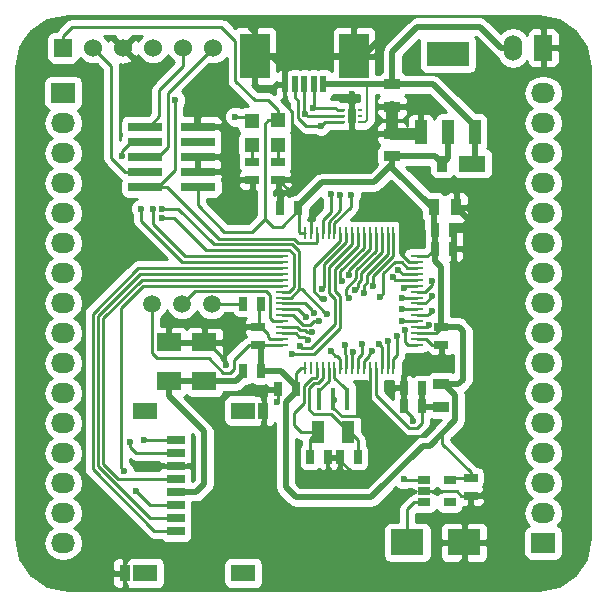
<source format=gbr>
G04 #@! TF.FileFunction,Copper,L1,Top,Signal*
%FSLAX46Y46*%
G04 Gerber Fmt 4.6, Leading zero omitted, Abs format (unit mm)*
G04 Created by KiCad (PCBNEW 0.201510170916+6271~30~ubuntu15.04.1-product) date Mon 02 Nov 2015 12:23:47 AM PST*
%MOMM*%
G01*
G04 APERTURE LIST*
%ADD10C,0.100000*%
%ADD11R,1.498600X0.797560*%
%ADD12R,0.899160X1.447800*%
%ADD13R,2.050000X1.450000*%
%ADD14R,0.500000X1.400000*%
%ADD15R,2.500000X3.800000*%
%ADD16R,2.800000X2.200000*%
%ADD17R,0.250000X1.000000*%
%ADD18R,1.000000X0.250000*%
%ADD19R,1.143000X0.635000*%
%ADD20R,0.889000X1.397000*%
%ADD21R,0.635000X1.143000*%
%ADD22R,1.397000X0.889000*%
%ADD23R,2.032000X1.524000*%
%ADD24R,1.198880X1.198880*%
%ADD25R,0.900000X1.400000*%
%ADD26R,2.200000X1.400000*%
%ADD27C,1.506220*%
%ADD28R,2.032000X1.727200*%
%ADD29O,2.032000X1.727200*%
%ADD30R,1.524000X1.524000*%
%ADD31C,1.524000*%
%ADD32R,3.657600X2.032000*%
%ADD33R,1.016000X2.032000*%
%ADD34R,0.400000X1.900000*%
%ADD35R,1.100000X1.900000*%
%ADD36R,1.060000X0.650000*%
%ADD37R,1.524000X2.199640*%
%ADD38O,1.524000X2.199640*%
%ADD39R,2.950000X0.700000*%
%ADD40R,0.400000X0.250000*%
%ADD41R,0.650000X1.300000*%
%ADD42C,0.600000*%
%ADD43C,0.250000*%
%ADD44C,0.350000*%
%ADD45C,0.500000*%
%ADD46C,1.000000*%
%ADD47C,0.200000*%
%ADD48C,0.150000*%
%ADD49C,0.254000*%
G04 APERTURE END LIST*
D10*
D11*
X114223560Y-94300660D03*
X114223560Y-93200840D03*
X114223560Y-92101020D03*
X114223560Y-91001200D03*
X114223560Y-89901380D03*
X114223560Y-88801560D03*
X114223560Y-87701740D03*
X114223560Y-86601920D03*
D12*
X109925880Y-97874440D03*
X121625120Y-84127960D03*
D13*
X119923400Y-84126200D03*
X111623400Y-84126200D03*
X111623400Y-97876200D03*
X119923400Y-97876200D03*
D14*
X125100000Y-56500000D03*
X124300000Y-56500000D03*
X123500000Y-56500000D03*
X125900000Y-56500000D03*
X126700000Y-56500000D03*
D15*
X120900000Y-54100000D03*
X129300000Y-54100000D03*
D16*
X138632900Y-95262700D03*
X133832900Y-95262700D03*
D17*
X125150000Y-80500000D03*
X125650000Y-80500000D03*
X126150000Y-80500000D03*
X126650000Y-80500000D03*
X127150000Y-80500000D03*
X127650000Y-80500000D03*
X128150000Y-80500000D03*
X128650000Y-80500000D03*
X129150000Y-80500000D03*
X129650000Y-80500000D03*
X130150000Y-80500000D03*
X130650000Y-80500000D03*
X131150000Y-80500000D03*
X131650000Y-80500000D03*
X132150000Y-80500000D03*
X132650000Y-80500000D03*
D18*
X134600000Y-78550000D03*
X134600000Y-78050000D03*
X134600000Y-77550000D03*
X134600000Y-77050000D03*
X134600000Y-76550000D03*
X134600000Y-76050000D03*
X134600000Y-75550000D03*
X134600000Y-75050000D03*
X134600000Y-74550000D03*
X134600000Y-74050000D03*
X134600000Y-73550000D03*
X134600000Y-73050000D03*
X134600000Y-72550000D03*
X134600000Y-72050000D03*
X134600000Y-71550000D03*
X134600000Y-71050000D03*
D17*
X132650000Y-69100000D03*
X132150000Y-69100000D03*
X131650000Y-69100000D03*
X131150000Y-69100000D03*
X130650000Y-69100000D03*
X130150000Y-69100000D03*
X129650000Y-69100000D03*
X129150000Y-69100000D03*
X128650000Y-69100000D03*
X128150000Y-69100000D03*
X127650000Y-69100000D03*
X127150000Y-69100000D03*
X126650000Y-69100000D03*
X126150000Y-69100000D03*
X125650000Y-69100000D03*
X125150000Y-69100000D03*
D18*
X123200000Y-71050000D03*
X123200000Y-71550000D03*
X123200000Y-72050000D03*
X123200000Y-72550000D03*
X123200000Y-73050000D03*
X123200000Y-73550000D03*
X123200000Y-74050000D03*
X123200000Y-74550000D03*
X123200000Y-75050000D03*
X123200000Y-75550000D03*
X123200000Y-76050000D03*
X123200000Y-76550000D03*
X123200000Y-77050000D03*
X123200000Y-77550000D03*
X123200000Y-78050000D03*
X123200000Y-78550000D03*
D19*
X139173400Y-89789200D03*
X139173400Y-91313200D03*
D20*
X136047500Y-66900000D03*
X137952500Y-66900000D03*
D21*
X136176000Y-70400000D03*
X137700000Y-70400000D03*
X135062000Y-83700000D03*
X133538000Y-83700000D03*
D19*
X136700000Y-77038000D03*
X136700000Y-78562000D03*
D21*
X124362000Y-82300000D03*
X122838000Y-82300000D03*
D19*
X121200000Y-78562000D03*
X121200000Y-77038000D03*
D21*
X124600000Y-67000000D03*
X123076000Y-67000000D03*
X135062000Y-82200000D03*
X133538000Y-82200000D03*
D22*
X132540000Y-56495000D03*
X132540000Y-58400000D03*
X132540000Y-62600000D03*
X132540000Y-60695000D03*
D23*
X113640000Y-81652000D03*
X113640000Y-78350000D03*
X116640000Y-81650000D03*
X116640000Y-78348000D03*
D21*
X125588000Y-88050000D03*
X127112000Y-88050000D03*
X136176000Y-68800000D03*
X137700000Y-68800000D03*
X129612000Y-88050000D03*
X128088000Y-88050000D03*
D24*
X120673400Y-59577180D03*
X120673400Y-61675220D03*
D25*
X136790000Y-63200000D03*
D26*
X139340000Y-63200000D03*
D24*
X122900000Y-59550980D03*
X122900000Y-61649020D03*
D27*
X114748400Y-75076200D03*
X112208400Y-75076200D03*
X117248400Y-75076200D03*
D22*
X136700000Y-81895000D03*
X136700000Y-83800000D03*
D28*
X145320000Y-95320000D03*
D29*
X145320000Y-92780000D03*
X145320000Y-90240000D03*
X145320000Y-87700000D03*
X145320000Y-85160000D03*
X145320000Y-82620000D03*
X145320000Y-80080000D03*
X145320000Y-77540000D03*
X145320000Y-75000000D03*
X145320000Y-72460000D03*
X145320000Y-69920000D03*
X145320000Y-67380000D03*
X145320000Y-64840000D03*
X145320000Y-62300000D03*
X145320000Y-59760000D03*
X145320000Y-57220000D03*
D28*
X104680000Y-57220000D03*
D29*
X104680000Y-59760000D03*
X104680000Y-62300000D03*
X104680000Y-64840000D03*
X104680000Y-67380000D03*
X104680000Y-69920000D03*
X104680000Y-72460000D03*
X104680000Y-75000000D03*
X104680000Y-77540000D03*
X104680000Y-80080000D03*
X104680000Y-82620000D03*
X104680000Y-85160000D03*
X104680000Y-87700000D03*
X104680000Y-90240000D03*
X104680000Y-92780000D03*
X104680000Y-95320000D03*
D30*
X104673400Y-53416200D03*
D31*
X107213400Y-53416200D03*
X109753400Y-53416200D03*
X112293400Y-53416200D03*
X114833400Y-53416200D03*
X117373400Y-53416200D03*
D21*
X119913400Y-75069700D03*
X121437400Y-75069700D03*
D19*
X122900000Y-63038000D03*
X122900000Y-64562000D03*
D32*
X137248251Y-53937455D03*
D33*
X137248251Y-60541455D03*
X139534251Y-60541455D03*
X134962251Y-60541455D03*
D34*
X126350000Y-83150000D03*
X127550000Y-83150000D03*
X128750000Y-83150000D03*
D35*
X126300000Y-85950000D03*
X128800000Y-85950000D03*
D21*
X119878000Y-80800000D03*
X121402000Y-80800000D03*
D36*
X135198400Y-90001200D03*
X135198400Y-90951200D03*
X135198400Y-91901200D03*
X137398400Y-91901200D03*
X137398400Y-90001200D03*
D19*
X120673400Y-63064200D03*
X120673400Y-64588200D03*
D37*
X145313400Y-53416200D03*
D38*
X142773400Y-53416200D03*
D39*
X111623400Y-65166200D03*
X111623400Y-63896200D03*
X111623400Y-62626200D03*
X111623400Y-61356200D03*
X111623400Y-60086200D03*
X116073400Y-65166200D03*
X116073400Y-63896200D03*
X116073400Y-62626200D03*
X116073400Y-61356200D03*
X116073400Y-60086200D03*
D40*
X128390000Y-58700000D03*
X128390000Y-59200000D03*
X128390000Y-59700000D03*
X129840000Y-58700000D03*
X129840000Y-59200000D03*
X129840000Y-59700000D03*
D41*
X129115000Y-59200000D03*
D42*
X134264400Y-86436200D03*
X136169400Y-85229700D03*
X134327900Y-84975708D03*
X122773400Y-83401200D03*
X123723400Y-65701200D03*
X120673400Y-65726200D03*
X120298401Y-51426200D03*
X131973400Y-52201200D03*
X129123400Y-57951200D03*
X129123400Y-57276200D03*
X126100000Y-67400000D03*
X118500000Y-80300000D03*
X111700000Y-88900000D03*
X139400000Y-68400000D03*
X134100000Y-67500000D03*
X133200000Y-66600000D03*
X117073400Y-57426200D03*
X109840000Y-89275700D03*
X110890000Y-90950000D03*
X110340000Y-86750000D03*
X124090000Y-79350000D03*
X124738929Y-78650794D03*
X111490000Y-86600000D03*
X132603778Y-72850593D03*
X119273400Y-59226200D03*
X127358049Y-65797511D03*
X125175031Y-58970534D03*
X126517380Y-60020200D03*
X129040000Y-65850000D03*
X128156321Y-65850232D03*
X125824409Y-58474823D03*
X114188420Y-57826200D03*
X112273387Y-67026200D03*
X125381361Y-78174035D03*
X125740747Y-77459289D03*
X126360336Y-76525680D03*
X125252172Y-76238393D03*
X125945717Y-75839627D03*
X126779552Y-74640470D03*
X126598903Y-73799990D03*
X128298936Y-73176979D03*
X128863003Y-72609664D03*
X128890000Y-74550000D03*
X129374992Y-73913760D03*
X130171171Y-74172599D03*
X130935184Y-73584573D03*
X131490000Y-74500000D03*
X133034110Y-72176179D03*
X128549372Y-78562200D03*
X129253706Y-79127894D03*
X130015718Y-78504494D03*
X130835400Y-79070210D03*
X131401094Y-78504506D03*
X132213317Y-78251136D03*
X132988995Y-77801125D03*
X133606836Y-77292900D03*
X135628499Y-76901103D03*
X133383351Y-76524737D03*
X135923380Y-75651089D03*
X133390000Y-75500000D03*
X135923380Y-74401068D03*
X133340000Y-74550000D03*
X135923380Y-73151047D03*
X133534029Y-73703674D03*
X109648380Y-62560200D03*
X111273400Y-67026200D03*
X113073400Y-67826200D03*
X133502400Y-89928698D03*
X113073400Y-67026200D03*
X127340000Y-79100000D03*
X127040000Y-75900000D03*
D43*
X121437400Y-75069700D02*
X121246900Y-75260200D01*
X121246900Y-75260200D02*
X121246900Y-76991100D01*
X121246900Y-76991100D02*
X121200000Y-77038000D01*
X121200000Y-77038000D02*
X116938000Y-77038000D01*
X116938000Y-77038000D02*
X116640000Y-77336000D01*
X116640000Y-77336000D02*
X116640000Y-78348000D01*
X127550000Y-83150000D02*
X127550000Y-83900000D01*
X127550000Y-83900000D02*
X128269986Y-84619986D01*
X128269986Y-84619986D02*
X131895722Y-84619986D01*
X135869401Y-85529699D02*
X136169400Y-85229700D01*
X131895722Y-84619986D02*
X133521436Y-86245700D01*
X133521436Y-86245700D02*
X135153400Y-86245700D01*
X135153400Y-86245700D02*
X135869401Y-85529699D01*
X128088000Y-88304000D02*
X128984000Y-89200000D01*
X133964401Y-86736199D02*
X134264400Y-86436200D01*
X128088000Y-88050000D02*
X128088000Y-88304000D01*
X128984000Y-89200000D02*
X131500600Y-89200000D01*
X130650000Y-83246064D02*
X133840136Y-86436200D01*
X130650000Y-80500000D02*
X130650000Y-83246064D01*
X131500600Y-89200000D02*
X133964401Y-86736199D01*
X133840136Y-86436200D02*
X134264400Y-86436200D01*
X133538000Y-83954000D02*
X134327900Y-84743900D01*
X134327900Y-84743900D02*
X134327900Y-84975708D01*
X133538000Y-83700000D02*
X133538000Y-83954000D01*
D44*
X137700000Y-70400000D02*
X138367500Y-70400000D01*
X138367500Y-70400000D02*
X140948400Y-72980900D01*
X140948400Y-72980900D02*
X140948400Y-90459700D01*
X140948400Y-90459700D02*
X140094900Y-91313200D01*
X140094900Y-91313200D02*
X139173400Y-91313200D01*
D43*
X138632900Y-93370700D02*
X139173400Y-92830200D01*
X139173400Y-92830200D02*
X139173400Y-91313200D01*
X138632900Y-95262700D02*
X138632900Y-93370700D01*
X117232089Y-96251200D02*
X125198400Y-96251200D01*
X125198400Y-96251200D02*
X127398400Y-98451200D01*
X127398400Y-98451200D02*
X136794400Y-98451200D01*
X136794400Y-98451200D02*
X138632900Y-96612700D01*
X138632900Y-96612700D02*
X138632900Y-95262700D01*
X134600000Y-71550000D02*
X133969344Y-71550000D01*
X133200000Y-70780656D02*
X133200000Y-67024264D01*
X133969344Y-71550000D02*
X133200000Y-70780656D01*
X133200000Y-67024264D02*
X133200000Y-66600000D01*
X136700000Y-78562000D02*
X135878500Y-78562000D01*
X135878500Y-78562000D02*
X135366500Y-78050000D01*
X135366500Y-78050000D02*
X134600000Y-78050000D01*
X122838000Y-82300000D02*
X122838000Y-83336600D01*
X122838000Y-83336600D02*
X122773400Y-83401200D01*
X121625120Y-82502920D02*
X121828040Y-82300000D01*
X121828040Y-82300000D02*
X122838000Y-82300000D01*
X121625120Y-84127960D02*
X121625120Y-82502920D01*
X121625120Y-84127960D02*
X121625120Y-85943860D01*
X121625120Y-85943860D02*
X118773400Y-88795580D01*
X117232089Y-96251200D02*
X110575220Y-96251200D01*
X110575220Y-96251200D02*
X109925880Y-96900540D01*
X109925880Y-96900540D02*
X109925880Y-97874440D01*
X114223560Y-88801560D02*
X111798440Y-88801560D01*
X111798440Y-88801560D02*
X111700000Y-88900000D01*
D44*
X118773400Y-92376200D02*
X117232089Y-93917511D01*
X117232089Y-93917511D02*
X117232089Y-96251200D01*
X118773400Y-88795580D02*
X118773400Y-92376200D01*
X116640000Y-78348000D02*
X113642000Y-78348000D01*
X113642000Y-78348000D02*
X113640000Y-78350000D01*
X137700000Y-68800000D02*
X137700000Y-70400000D01*
X139400000Y-68400000D02*
X138100000Y-68400000D01*
X138100000Y-68400000D02*
X137700000Y-68800000D01*
D43*
X133538000Y-82200000D02*
X133538000Y-80961600D01*
X133538000Y-80961600D02*
X134248400Y-80251200D01*
X136298400Y-80251200D02*
X136700000Y-79849600D01*
X136700000Y-79849600D02*
X136700000Y-78562000D01*
X134248400Y-80251200D02*
X136298400Y-80251200D01*
X133538000Y-83700000D02*
X133538000Y-82200000D01*
X118173400Y-60426200D02*
X117833400Y-60086200D01*
X117833400Y-60086200D02*
X116073400Y-60086200D01*
X118173400Y-62251200D02*
X118173400Y-60426200D01*
X117798400Y-62626200D02*
X118173400Y-62251200D01*
X116073400Y-63896200D02*
X117798400Y-63896200D01*
X117798400Y-63896200D02*
X118173400Y-63521200D01*
X118173400Y-63521200D02*
X118173400Y-63001200D01*
X118173400Y-63001200D02*
X117798400Y-62626200D01*
X117798400Y-62626200D02*
X116073400Y-62626200D01*
X123723400Y-65701200D02*
X123723400Y-65385400D01*
X123723400Y-65385400D02*
X122900000Y-64562000D01*
X120673400Y-64588200D02*
X120673400Y-65726200D01*
D45*
X120900000Y-53202800D02*
X120900000Y-52027799D01*
X120598400Y-51726199D02*
X120298401Y-51426200D01*
X120900000Y-52027799D02*
X120598400Y-51726199D01*
D46*
X120900000Y-53202800D02*
X120900000Y-54100000D01*
D45*
X130074600Y-54100000D02*
X131973400Y-52201200D01*
D46*
X129300000Y-54100000D02*
X130074600Y-54100000D01*
X132540000Y-60695000D02*
X134808706Y-60695000D01*
X134808706Y-60695000D02*
X134962251Y-60541455D01*
X132540000Y-60695000D02*
X132540000Y-58400000D01*
D45*
X129123400Y-57951200D02*
X129123400Y-57276200D01*
X129115000Y-57959600D02*
X129123400Y-57951200D01*
X129115000Y-59200000D02*
X129115000Y-57959600D01*
D43*
X139173400Y-91313200D02*
X138351900Y-91313200D01*
X138351900Y-91313200D02*
X137989900Y-90951200D01*
X137989900Y-90951200D02*
X135978400Y-90951200D01*
X135978400Y-90951200D02*
X135198400Y-90951200D01*
X128088000Y-88050000D02*
X127112000Y-88050000D01*
X123500000Y-56500000D02*
X123500000Y-58200000D01*
X123500000Y-58200000D02*
X124100000Y-58800000D01*
X124100000Y-58800000D02*
X124100000Y-64200000D01*
X124100000Y-64200000D02*
X123738000Y-64562000D01*
X123738000Y-64562000D02*
X122900000Y-64562000D01*
X122900000Y-64562000D02*
X122900000Y-66824000D01*
X122900000Y-66824000D02*
X123076000Y-67000000D01*
D45*
X120900000Y-54100000D02*
X129300000Y-54100000D01*
X123500000Y-56500000D02*
X123500000Y-55200000D01*
X122400000Y-54100000D02*
X120900000Y-54100000D01*
X123500000Y-55200000D02*
X122400000Y-54100000D01*
D43*
X125650000Y-69100000D02*
X125650000Y-67850000D01*
X125650000Y-67850000D02*
X126100000Y-67400000D01*
X116640000Y-78348000D02*
X116894000Y-78348000D01*
X118500000Y-79954000D02*
X118500000Y-80300000D01*
X116894000Y-78348000D02*
X118500000Y-79954000D01*
X123200000Y-78050000D02*
X122212000Y-78050000D01*
X122212000Y-78050000D02*
X122021500Y-77859500D01*
X122021500Y-77859500D02*
X122021500Y-77605500D01*
X122021500Y-77605500D02*
X121454000Y-77038000D01*
X121454000Y-77038000D02*
X121200000Y-77038000D01*
X111799100Y-88800900D02*
X111700000Y-88900000D01*
D45*
X139400000Y-68400000D02*
X139400000Y-68347500D01*
X139400000Y-68347500D02*
X137952500Y-66900000D01*
X133200000Y-66600000D02*
X134100000Y-67500000D01*
X129115000Y-59200000D02*
X129115000Y-60350000D01*
X129115000Y-60350000D02*
X129460000Y-60695000D01*
X129460000Y-60695000D02*
X131341500Y-60695000D01*
X131341500Y-60695000D02*
X132540000Y-60695000D01*
D43*
X115823400Y-58676200D02*
X117073400Y-57426200D01*
X115823400Y-60086200D02*
X115823400Y-58676200D01*
D45*
X124362000Y-82300000D02*
X124362000Y-82554000D01*
X123524989Y-90602789D02*
X124398400Y-91476200D01*
X135703902Y-87122702D02*
X137898500Y-84928104D01*
X124398400Y-91476200D02*
X130781398Y-91476200D01*
X124362000Y-82554000D02*
X123524989Y-83391011D01*
X135134896Y-87122702D02*
X135703902Y-87122702D01*
X130781398Y-91476200D02*
X135134896Y-87122702D01*
X137898500Y-84928104D02*
X137898500Y-84701500D01*
X123524989Y-83391011D02*
X123524989Y-90602789D01*
D43*
X112208400Y-75076200D02*
X112208400Y-76141258D01*
X112208400Y-76141258D02*
X112200000Y-76149658D01*
X112200000Y-76149658D02*
X112200000Y-79273002D01*
D45*
X136700000Y-77038000D02*
X138185200Y-77038000D01*
X138185200Y-77038000D02*
X138540000Y-77392800D01*
X138540000Y-77392800D02*
X138540000Y-81500000D01*
X138540000Y-81500000D02*
X138145000Y-81895000D01*
X138145000Y-81895000D02*
X136700000Y-81895000D01*
D43*
X136700000Y-77038000D02*
X136700000Y-77099600D01*
X136700000Y-77099600D02*
X136248400Y-77551200D01*
X136248400Y-77551200D02*
X135228411Y-77551200D01*
X135228411Y-77551200D02*
X135227211Y-77550000D01*
X135227211Y-77550000D02*
X134600000Y-77550000D01*
D45*
X136648400Y-76976200D02*
X136700000Y-77027800D01*
X136673400Y-76951200D02*
X136648400Y-76976200D01*
X136176000Y-71471500D02*
X136673400Y-71968900D01*
X136700000Y-77027800D02*
X136700000Y-77038000D01*
X136176000Y-70400000D02*
X136176000Y-71471500D01*
X136673400Y-71968900D02*
X136673400Y-76951200D01*
D43*
X124638000Y-67000000D02*
X124638000Y-67086600D01*
X122413947Y-68551200D02*
X121762747Y-67900000D01*
X124638000Y-67086600D02*
X123173400Y-68551200D01*
X123173400Y-68551200D02*
X122413947Y-68551200D01*
X121762747Y-67900000D02*
X120686547Y-68976200D01*
X120686547Y-68976200D02*
X118298400Y-68976200D01*
X118298400Y-68976200D02*
X116073400Y-66751200D01*
X116073400Y-66751200D02*
X116073400Y-65166200D01*
X139173400Y-89789200D02*
X139173400Y-89351200D01*
X139173400Y-89351200D02*
X136773400Y-86951200D01*
X136773400Y-86951200D02*
X136773400Y-85826600D01*
X136773400Y-85826600D02*
X137898500Y-84701500D01*
X136954000Y-81906800D02*
X136954000Y-81895000D01*
X139173400Y-89789200D02*
X137610400Y-89789200D01*
X137610400Y-89789200D02*
X137398400Y-90001200D01*
X136954000Y-81895000D02*
X136700000Y-81895000D01*
D45*
X137898500Y-84701500D02*
X137898500Y-82839500D01*
X137898500Y-82839500D02*
X136954000Y-81895000D01*
D43*
X121762747Y-59838793D02*
X121762747Y-67900000D01*
X122900000Y-59550980D02*
X122050560Y-59550980D01*
X122050560Y-59550980D02*
X121762747Y-59838793D01*
X120891198Y-57826200D02*
X122024660Y-57826200D01*
X122024660Y-57826200D02*
X122900000Y-58701540D01*
X122900000Y-58701540D02*
X122900000Y-59550980D01*
X119273400Y-52826200D02*
X119273400Y-56208402D01*
X119273400Y-56208402D02*
X120891198Y-57826200D01*
X118073400Y-51626200D02*
X119273400Y-52826200D01*
X105451400Y-51626200D02*
X118073400Y-51626200D01*
X104673400Y-53416200D02*
X104673400Y-52404200D01*
X104673400Y-52404200D02*
X105451400Y-51626200D01*
X112626998Y-79700000D02*
X112200000Y-79273002D01*
X116995265Y-79700000D02*
X112626998Y-79700000D01*
X118800002Y-80925002D02*
X118220267Y-80925002D01*
X121200000Y-78562000D02*
X120378500Y-78562000D01*
X120378500Y-78562000D02*
X119125002Y-79815498D01*
X119125002Y-80600002D02*
X118800002Y-80925002D01*
X119125002Y-79815498D02*
X119125002Y-80600002D01*
X118220267Y-80925002D02*
X116995265Y-79700000D01*
X125150000Y-80500000D02*
X124800000Y-80500000D01*
X124800000Y-80500000D02*
X124362000Y-80938000D01*
X124362000Y-80938000D02*
X124362000Y-82300000D01*
X134600000Y-71050000D02*
X135526000Y-71050000D01*
X135526000Y-71050000D02*
X136176000Y-70400000D01*
D45*
X136176000Y-68800000D02*
X136176000Y-70400000D01*
X136047500Y-66900000D02*
X136047500Y-68671500D01*
X136047500Y-68671500D02*
X136176000Y-68800000D01*
X132540000Y-62600000D02*
X132540000Y-63544500D01*
X132540000Y-63544500D02*
X135895500Y-66900000D01*
X135895500Y-66900000D02*
X136047500Y-66900000D01*
X132540000Y-62600000D02*
X132540000Y-63260000D01*
X132540000Y-63260000D02*
X131000000Y-64800000D01*
X131000000Y-64800000D02*
X129127010Y-64800000D01*
X129127010Y-64800000D02*
X126584000Y-64800000D01*
X124638000Y-66746000D02*
X124638000Y-67000000D01*
X126584000Y-64800000D02*
X124638000Y-66746000D01*
D43*
X124638000Y-67000000D02*
X124638000Y-68963000D01*
X124638000Y-68963000D02*
X124775000Y-69100000D01*
X124775000Y-69100000D02*
X125150000Y-69100000D01*
X123200000Y-78550000D02*
X121212000Y-78550000D01*
X121212000Y-78550000D02*
X121200000Y-78562000D01*
D45*
X121402000Y-80800000D02*
X121402000Y-78764000D01*
X121402000Y-78764000D02*
X121200000Y-78562000D01*
X124362000Y-82300000D02*
X124362000Y-82046000D01*
X122219500Y-80800000D02*
X121402000Y-80800000D01*
X124362000Y-82046000D02*
X123116000Y-80800000D01*
X123116000Y-80800000D02*
X122219500Y-80800000D01*
X136790000Y-63200000D02*
X136190000Y-62600000D01*
X136190000Y-62600000D02*
X135940000Y-62600000D01*
X135940000Y-62600000D02*
X132540000Y-62600000D01*
X137248251Y-60541455D02*
X137248251Y-62741749D01*
X137248251Y-62741749D02*
X136790000Y-63200000D01*
D43*
X131150000Y-80500000D02*
X131150000Y-82777796D01*
X131150000Y-82777796D02*
X133972913Y-85600709D01*
X134627901Y-85600709D02*
X135062000Y-85166608D01*
X135062000Y-85166608D02*
X135062000Y-84521500D01*
X135062000Y-84521500D02*
X135062000Y-83700000D01*
X133972913Y-85600709D02*
X134627901Y-85600709D01*
D45*
X135062000Y-82200000D02*
X135062000Y-83875002D01*
X135062000Y-83875002D02*
X135040000Y-83897002D01*
X135062000Y-83700000D02*
X135062000Y-82200000D01*
X136700000Y-83800000D02*
X135162000Y-83800000D01*
X135162000Y-83800000D02*
X135062000Y-83700000D01*
X134645400Y-51638200D02*
X132540000Y-53743600D01*
X132540000Y-53743600D02*
X132540000Y-56495000D01*
X139983400Y-51638200D02*
X134645400Y-51638200D01*
X142773400Y-53416200D02*
X141761400Y-53416200D01*
X141761400Y-53416200D02*
X139983400Y-51638200D01*
X126700000Y-56500000D02*
X130437120Y-56500000D01*
X130437120Y-56500000D02*
X132535000Y-56500000D01*
D47*
X129840000Y-59700000D02*
X130240000Y-59700000D01*
X130240000Y-59700000D02*
X130437120Y-59502880D01*
X130437120Y-59502880D02*
X130437120Y-56500000D01*
D45*
X139534251Y-60541455D02*
X139534251Y-63005749D01*
X139534251Y-63005749D02*
X139340000Y-63200000D01*
X132540000Y-56495000D02*
X135995796Y-56495000D01*
X135995796Y-56495000D02*
X139534251Y-60033455D01*
X139534251Y-60033455D02*
X139534251Y-60541455D01*
X132535000Y-56500000D02*
X132540000Y-56495000D01*
X113640000Y-81652000D02*
X113640000Y-82914000D01*
X113640000Y-82914000D02*
X116611400Y-85885400D01*
X116611400Y-85885400D02*
X116611400Y-90354660D01*
X116611400Y-90354660D02*
X115964860Y-91001200D01*
X115964860Y-91001200D02*
X114223560Y-91001200D01*
X118156000Y-81650000D02*
X116640000Y-81650000D01*
X119282000Y-81650000D02*
X118156000Y-81650000D01*
X119878000Y-80800000D02*
X119878000Y-81054000D01*
X119878000Y-81054000D02*
X119282000Y-81650000D01*
X116640000Y-81650000D02*
X113642000Y-81650000D01*
X113642000Y-81650000D02*
X113640000Y-81652000D01*
D43*
X119878000Y-80546000D02*
X119878000Y-80800000D01*
X126150000Y-80500000D02*
X126150000Y-81250000D01*
X126150000Y-81250000D02*
X126050009Y-81349991D01*
X126050009Y-81349991D02*
X125713598Y-81349991D01*
X125713598Y-81349991D02*
X125049989Y-82013600D01*
X125049989Y-82013600D02*
X125049989Y-83450011D01*
X125049989Y-83450011D02*
X124200000Y-84300000D01*
X124200000Y-84300000D02*
X124200000Y-85300000D01*
X124200000Y-85300000D02*
X124850000Y-85950000D01*
X124850000Y-85950000D02*
X125450000Y-85950000D01*
X125450000Y-85950000D02*
X126300000Y-85950000D01*
X126300000Y-85950000D02*
X126300000Y-85550000D01*
X126150000Y-85950000D02*
X125588000Y-86512000D01*
X125588000Y-86512000D02*
X125588000Y-88050000D01*
X126300000Y-85950000D02*
X126150000Y-85950000D01*
X126236408Y-81800002D02*
X126650000Y-81386410D01*
X125500000Y-82200000D02*
X125899998Y-81800002D01*
X125899998Y-81800002D02*
X126236408Y-81800002D01*
X126650000Y-81386410D02*
X126650000Y-81250000D01*
X126650000Y-81250000D02*
X126650000Y-80500000D01*
X128800000Y-85863590D02*
X127386401Y-84449991D01*
X127386401Y-84449991D02*
X125914989Y-84449991D01*
X125914989Y-84449991D02*
X125500000Y-84035002D01*
X125500000Y-84035002D02*
X125500000Y-82200000D01*
X128800000Y-85950000D02*
X128800000Y-85863590D01*
X128950000Y-85950000D02*
X129612000Y-86612000D01*
X129612000Y-86612000D02*
X129612000Y-88050000D01*
X128800000Y-85950000D02*
X128950000Y-85950000D01*
X111049997Y-72050000D02*
X107173367Y-75926630D01*
X123200000Y-72050000D02*
X111049997Y-72050000D01*
X112401360Y-94300660D02*
X113224260Y-94300660D01*
X113224260Y-94300660D02*
X114223560Y-94300660D01*
X107173367Y-89072667D02*
X112401360Y-94300660D01*
X107173367Y-75926630D02*
X107173367Y-89072667D01*
X123200000Y-72550000D02*
X111186408Y-72550000D01*
X112029425Y-93200840D02*
X113224260Y-93200840D01*
X111186408Y-72550000D02*
X107623378Y-76113030D01*
X107623378Y-76113030D02*
X107623378Y-88794793D01*
X107623378Y-88794793D02*
X112029425Y-93200840D01*
X113224260Y-93200840D02*
X114223560Y-93200840D01*
X109540001Y-88975701D02*
X109840000Y-89275700D01*
X109540001Y-75469229D02*
X109540001Y-88975701D01*
X115638189Y-73550000D02*
X111459230Y-73550000D01*
X115640111Y-73548078D02*
X115638189Y-73550000D01*
X111459230Y-73550000D02*
X109540001Y-75469229D01*
X122448078Y-73548078D02*
X115640111Y-73548078D01*
X122450000Y-73550000D02*
X122448078Y-73548078D01*
X123200000Y-73550000D02*
X122450000Y-73550000D01*
X110890000Y-90950000D02*
X112041020Y-92101020D01*
X112041020Y-92101020D02*
X114223560Y-92101020D01*
X108073389Y-76299430D02*
X111322819Y-73050000D01*
X108073389Y-88608393D02*
X108073389Y-76299430D01*
X111322819Y-73050000D02*
X122450000Y-73050000D01*
X109366376Y-89901380D02*
X108073389Y-88608393D01*
X114223560Y-89901380D02*
X109366376Y-89901380D01*
X122450000Y-73050000D02*
X123200000Y-73050000D01*
X124514264Y-79350000D02*
X124090000Y-79350000D01*
X127673916Y-72156495D02*
X127673916Y-74003716D01*
X128115013Y-77124987D02*
X125890000Y-79350000D01*
X127673916Y-74003716D02*
X128115013Y-74444813D01*
X129650000Y-69100000D02*
X129650000Y-70180411D01*
X125890000Y-79350000D02*
X124514264Y-79350000D01*
X128115013Y-74444813D02*
X128115013Y-77124987D01*
X129650000Y-70180411D02*
X127673916Y-72156495D01*
X110340000Y-86750000D02*
X110340000Y-87174264D01*
X110340000Y-87174264D02*
X110867476Y-87701740D01*
X110867476Y-87701740D02*
X114223560Y-87701740D01*
X129150000Y-69100000D02*
X129150000Y-70003590D01*
X129150000Y-70003590D02*
X127223905Y-71929685D01*
X127223905Y-71929685D02*
X127223905Y-74190116D01*
X127223905Y-74190116D02*
X127665002Y-74631212D01*
X127665002Y-74631212D02*
X127665002Y-76815398D01*
X127665002Y-76815398D02*
X125681363Y-78799037D01*
X125681363Y-78799037D02*
X124887172Y-78799037D01*
X124887172Y-78799037D02*
X124738929Y-78650794D01*
X114223560Y-86601920D02*
X111491920Y-86601920D01*
X111491920Y-86601920D02*
X111490000Y-86600000D01*
X132803185Y-73050000D02*
X132603778Y-72850593D01*
X134600000Y-73050000D02*
X132803185Y-73050000D01*
X119273400Y-59226200D02*
X120322420Y-59226200D01*
X120322420Y-59226200D02*
X120673400Y-59577180D01*
X104700000Y-57240000D02*
X104680000Y-57220000D01*
X120673400Y-61675220D02*
X120673400Y-63074360D01*
X122900000Y-61649020D02*
X122900000Y-63038000D01*
X122199400Y-76299400D02*
X122199400Y-74357698D01*
X122199400Y-74357698D02*
X121839791Y-73998089D01*
X121839791Y-73998089D02*
X115826511Y-73998089D01*
X115826511Y-73998089D02*
X115501509Y-74323091D01*
X115501509Y-74323091D02*
X114748400Y-75076200D01*
X123200000Y-76550000D02*
X122450000Y-76550000D01*
X122450000Y-76550000D02*
X122199400Y-76299400D01*
X117240000Y-75001200D02*
X117308500Y-75069700D01*
X117308500Y-75069700D02*
X119331700Y-75069700D01*
X119331700Y-75069700D02*
X119913400Y-75069700D01*
X117778000Y-75338000D02*
X117240000Y-74800000D01*
X127358049Y-66221775D02*
X127358049Y-65797511D01*
X127358049Y-67277953D02*
X127358049Y-66221775D01*
X126650000Y-67986002D02*
X127358049Y-67277953D01*
X126650000Y-69100000D02*
X126650000Y-67986002D01*
X128390000Y-59200000D02*
X125404497Y-59200000D01*
X125404497Y-59200000D02*
X125175031Y-58970534D01*
X125100000Y-58895503D02*
X125175031Y-58970534D01*
X125100000Y-56500000D02*
X125100000Y-58895503D01*
X128390000Y-59700000D02*
X126837580Y-59700000D01*
X125260200Y-60020200D02*
X126093116Y-60020200D01*
X124550011Y-57863600D02*
X124550011Y-59310011D01*
X124300000Y-57613589D02*
X124550011Y-57863600D01*
X126817379Y-59720201D02*
X126517380Y-60020200D01*
X124300000Y-56500000D02*
X124300000Y-57613589D01*
X126093116Y-60020200D02*
X126517380Y-60020200D01*
X124550011Y-59310011D02*
X125260200Y-60020200D01*
X126837580Y-59700000D02*
X126817379Y-59720201D01*
X127650000Y-69100000D02*
X127650000Y-68258824D01*
X129040000Y-66868824D02*
X129040000Y-65850000D01*
X127650000Y-68258824D02*
X129040000Y-66868824D01*
X127150000Y-68122413D02*
X128156321Y-67116092D01*
X128156321Y-67116092D02*
X128156321Y-66274496D01*
X128156321Y-66274496D02*
X128156321Y-65850232D01*
X127150000Y-69100000D02*
X127150000Y-68122413D01*
X127940000Y-58700000D02*
X127714823Y-58474823D01*
X125900000Y-56500000D02*
X125900000Y-58399232D01*
X128390000Y-58700000D02*
X127940000Y-58700000D01*
X125900000Y-58399232D02*
X125824409Y-58474823D01*
X127714823Y-58474823D02*
X126248673Y-58474823D01*
X126248673Y-58474823D02*
X125824409Y-58474823D01*
X126050009Y-69949991D02*
X124582815Y-69949991D01*
X113466200Y-65166200D02*
X111923400Y-65166200D01*
X126150000Y-69850000D02*
X126050009Y-69949991D01*
X124233925Y-69601101D02*
X117901100Y-69601101D01*
X117380000Y-69080000D02*
X113466200Y-65166200D01*
X117901100Y-69601101D02*
X117380000Y-69080000D01*
X124582815Y-69949991D02*
X124233925Y-69601101D01*
X126150000Y-69100000D02*
X126150000Y-69850000D01*
X114188420Y-58250464D02*
X114188420Y-57826200D01*
X114188420Y-63731180D02*
X114188420Y-58250464D01*
X112753400Y-65166200D02*
X114188420Y-63731180D01*
D48*
X111093400Y-65166200D02*
X111923400Y-65166200D01*
X111923400Y-65166200D02*
X112753400Y-65166200D01*
D43*
X123200000Y-71050000D02*
X114992082Y-71050000D01*
X114992082Y-71050000D02*
X112273387Y-68331305D01*
X112273387Y-68331305D02*
X112273387Y-67450464D01*
X112273387Y-67450464D02*
X112273387Y-67026200D01*
X107213400Y-53416200D02*
X108737400Y-54940200D01*
X108737400Y-54940200D02*
X108737400Y-62735200D01*
X108737400Y-62735200D02*
X109898400Y-63896200D01*
X109898400Y-63896200D02*
X111623400Y-63896200D01*
X123200000Y-77550000D02*
X124365953Y-77550000D01*
X124365953Y-77550000D02*
X124689989Y-77874036D01*
X125081362Y-77874036D02*
X125381361Y-78174035D01*
X124689989Y-77874036D02*
X125081362Y-77874036D01*
X124502364Y-77050000D02*
X124765770Y-77313406D01*
X125170600Y-77313406D02*
X125316483Y-77459289D01*
X124765770Y-77313406D02*
X125170600Y-77313406D01*
X125316483Y-77459289D02*
X125740747Y-77459289D01*
X123200000Y-77050000D02*
X124502364Y-77050000D01*
X123200000Y-76050000D02*
X124138775Y-76050000D01*
X125889889Y-76525680D02*
X125936072Y-76525680D01*
X124138775Y-76050000D02*
X124952170Y-76863395D01*
X125936072Y-76525680D02*
X126360336Y-76525680D01*
X125552174Y-76863395D02*
X125889889Y-76525680D01*
X124952170Y-76863395D02*
X125552174Y-76863395D01*
X123200000Y-75550000D02*
X124563779Y-75550000D01*
X124563779Y-75550000D02*
X124952173Y-75938394D01*
X124952173Y-75938394D02*
X125252172Y-76238393D01*
X125156090Y-75050000D02*
X125645718Y-75539628D01*
X123200000Y-75050000D02*
X125156090Y-75050000D01*
X125645718Y-75539628D02*
X125945717Y-75839627D01*
X128150000Y-69100000D02*
X128148400Y-69101600D01*
X128148400Y-69101600D02*
X128148400Y-69732369D01*
X128148400Y-69732369D02*
X125945900Y-71934869D01*
X125945900Y-71934869D02*
X125945900Y-74030897D01*
X125945900Y-74030897D02*
X126555473Y-74640470D01*
X126555473Y-74640470D02*
X126779552Y-74640470D01*
X128650000Y-69100000D02*
X128650000Y-69867180D01*
X126771400Y-71745780D02*
X126771400Y-73627493D01*
X128650000Y-69867180D02*
X126771400Y-71745780D01*
X126771400Y-73627493D02*
X126598903Y-73799990D01*
X128123927Y-73001970D02*
X128298936Y-73176979D01*
X128123927Y-72342895D02*
X128123927Y-73001970D01*
X130150000Y-70316822D02*
X128123927Y-72342895D01*
X130150000Y-69100000D02*
X130150000Y-70316822D01*
X128863003Y-72240230D02*
X128863003Y-72609664D01*
X130650000Y-69100000D02*
X130650000Y-70453233D01*
X130650000Y-70453233D02*
X128863003Y-72240230D01*
X129488005Y-72903219D02*
X128590001Y-73801223D01*
X128590001Y-74250001D02*
X128890000Y-74550000D01*
X128590001Y-73801223D02*
X128590001Y-74250001D01*
X129488005Y-72251639D02*
X129488005Y-72903219D01*
X131150000Y-69100000D02*
X131150000Y-70589644D01*
X131150000Y-70589644D02*
X129488005Y-72251639D01*
X131650000Y-70726055D02*
X129938016Y-72438039D01*
X131650000Y-69100000D02*
X131650000Y-70726055D01*
X129674991Y-73613761D02*
X129374992Y-73913760D01*
X129674991Y-73359091D02*
X129674991Y-73613761D01*
X129938016Y-73096066D02*
X129674991Y-73359091D01*
X129938016Y-72438039D02*
X129938016Y-73096066D01*
X132150000Y-69100000D02*
X132150000Y-70862465D01*
X130388027Y-73282466D02*
X130171171Y-73499322D01*
X132150000Y-70862465D02*
X130388027Y-72624438D01*
X130171171Y-73748335D02*
X130171171Y-74172599D01*
X130171171Y-73499322D02*
X130171171Y-73748335D01*
X130388027Y-72624438D02*
X130388027Y-73282466D01*
X130935184Y-72713692D02*
X130935184Y-73160309D01*
X132650000Y-69100000D02*
X132650000Y-70998876D01*
X132650000Y-70998876D02*
X130935184Y-72713692D01*
X130935184Y-73160309D02*
X130935184Y-73584573D01*
X131789999Y-74200001D02*
X131490000Y-74500000D01*
X131789999Y-72499784D02*
X131789999Y-74200001D01*
X132738605Y-71551178D02*
X131789999Y-72499784D01*
X133832933Y-72050000D02*
X133334111Y-71551178D01*
X134600000Y-72050000D02*
X133832933Y-72050000D01*
X133334111Y-71551178D02*
X132738605Y-71551178D01*
X133407931Y-72550000D02*
X133334109Y-72476178D01*
X133334109Y-72476178D02*
X133034110Y-72176179D01*
X134600000Y-72550000D02*
X133407931Y-72550000D01*
X128650000Y-80500000D02*
X128650000Y-79449192D01*
X128549372Y-78986464D02*
X128549372Y-78562200D01*
X128650000Y-79449192D02*
X128549372Y-79348564D01*
X128549372Y-79348564D02*
X128549372Y-78986464D01*
X129150000Y-79231600D02*
X129253706Y-79127894D01*
X129150000Y-80500000D02*
X129150000Y-79231600D01*
X129956383Y-79370201D02*
X129956383Y-78563829D01*
X129650000Y-80500000D02*
X129650000Y-79676584D01*
X129956383Y-78563829D02*
X130015718Y-78504494D01*
X129650000Y-79676584D02*
X129956383Y-79370201D01*
X130535401Y-79508112D02*
X130535401Y-79370209D01*
X130150000Y-80500000D02*
X130150000Y-79893513D01*
X130150000Y-79893513D02*
X130535401Y-79508112D01*
X130535401Y-79370209D02*
X130835400Y-79070210D01*
X131650000Y-78753412D02*
X131401094Y-78504506D01*
X131650000Y-80500000D02*
X131650000Y-78753412D01*
X132150000Y-80500000D02*
X132150000Y-78314453D01*
X132150000Y-78314453D02*
X132213317Y-78251136D01*
X132650000Y-80500000D02*
X132650000Y-79750000D01*
X132650000Y-79750000D02*
X132988995Y-79411005D01*
X132988995Y-79411005D02*
X132988995Y-77801125D01*
X133648639Y-78348639D02*
X133648639Y-77334703D01*
X133850000Y-78550000D02*
X133648639Y-78348639D01*
X133648639Y-77334703D02*
X133606836Y-77292900D01*
X134600000Y-78550000D02*
X133850000Y-78550000D01*
X134600000Y-77050000D02*
X135479602Y-77050000D01*
X135479602Y-77050000D02*
X135628499Y-76901103D01*
X133408614Y-76550000D02*
X133383351Y-76524737D01*
X134600000Y-76550000D02*
X133408614Y-76550000D01*
X134600000Y-76050000D02*
X135524469Y-76050000D01*
X135524469Y-76050000D02*
X135623381Y-75951088D01*
X135623381Y-75951088D02*
X135923380Y-75651089D01*
X134600000Y-75550000D02*
X133440000Y-75550000D01*
X133440000Y-75550000D02*
X133390000Y-75500000D01*
X135923380Y-74476620D02*
X135923380Y-74401068D01*
X135350000Y-75050000D02*
X135923380Y-74476620D01*
X134600000Y-75050000D02*
X135350000Y-75050000D01*
X134600000Y-74550000D02*
X133340000Y-74550000D01*
X135350000Y-74050000D02*
X135923380Y-73476620D01*
X135923380Y-73476620D02*
X135923380Y-73151047D01*
X134600000Y-74050000D02*
X135350000Y-74050000D01*
X133687703Y-73550000D02*
X133534029Y-73703674D01*
X134600000Y-73550000D02*
X133687703Y-73550000D01*
X123200000Y-71550000D02*
X114772936Y-71550000D01*
X114772936Y-71550000D02*
X111273400Y-68050464D01*
X111273400Y-68050464D02*
X111273400Y-67450464D01*
X111273400Y-67450464D02*
X111273400Y-67026200D01*
X110428116Y-61356200D02*
X109648380Y-62135936D01*
X109648380Y-62135936D02*
X109648380Y-62560200D01*
X111923400Y-61356200D02*
X110428116Y-61356200D01*
X127150000Y-80500000D02*
X127150000Y-81600000D01*
X127150000Y-81600000D02*
X126350000Y-82400000D01*
X126350000Y-82400000D02*
X126350000Y-83150000D01*
X127650000Y-81346413D02*
X128253587Y-81950000D01*
X127650000Y-80500000D02*
X127650000Y-81346413D01*
X128750000Y-82400000D02*
X128750000Y-83150000D01*
X128300000Y-81950000D02*
X128750000Y-82400000D01*
X128253587Y-81950000D02*
X128300000Y-81950000D01*
X123200000Y-74050000D02*
X123813590Y-74050000D01*
X124189989Y-73673601D02*
X124189989Y-70850013D01*
X124189989Y-70850013D02*
X123841099Y-70501123D01*
X116748323Y-70501123D02*
X114373399Y-68126199D01*
X123813590Y-74050000D02*
X124189989Y-73673601D01*
X123841099Y-70501123D02*
X116748323Y-70501123D01*
X113563400Y-61816200D02*
X112753400Y-62626200D01*
X117373400Y-53416200D02*
X113563400Y-57226200D01*
X113563400Y-57226200D02*
X113563400Y-61816200D01*
D48*
X112753400Y-62626200D02*
X111923400Y-62626200D01*
D43*
X113497664Y-67826200D02*
X113073400Y-67826200D01*
X114073400Y-67826200D02*
X113497664Y-67826200D01*
X114373399Y-68126199D02*
X114073400Y-67826200D01*
X115076127Y-68828927D02*
X114373399Y-68126199D01*
X111923400Y-60086200D02*
X112801400Y-59208200D01*
X112801400Y-59208200D02*
X112801400Y-56972200D01*
X112801400Y-56972200D02*
X114833400Y-54940200D01*
X114833400Y-54940200D02*
X114833400Y-53416200D01*
X135198400Y-90001200D02*
X133574902Y-90001200D01*
X133574902Y-90001200D02*
X133502400Y-89928698D01*
X124640000Y-73860000D02*
X124926700Y-73860000D01*
X124926700Y-73860000D02*
X126966700Y-75900000D01*
X126966700Y-75900000D02*
X127040000Y-75900000D01*
X114398404Y-67026200D02*
X113497664Y-67026200D01*
X124047525Y-70051112D02*
X117423316Y-70051112D01*
X124640000Y-73860000D02*
X124640000Y-70643587D01*
X124640000Y-70643587D02*
X124047525Y-70051112D01*
X117423316Y-70051112D02*
X114398404Y-67026200D01*
X113497664Y-67026200D02*
X113073400Y-67026200D01*
X128150000Y-80500000D02*
X128199999Y-80549999D01*
X127740000Y-79500000D02*
X127900000Y-79500000D01*
X127900000Y-79500000D02*
X128150000Y-79750000D01*
X128150000Y-79750000D02*
X128150000Y-80500000D01*
X127340000Y-79100000D02*
X127740000Y-79500000D01*
X123200000Y-74550000D02*
X123950000Y-74550000D01*
X123950000Y-74550000D02*
X124640000Y-73860000D01*
X135198400Y-91901200D02*
X134418400Y-91901200D01*
X134418400Y-91901200D02*
X133832900Y-92486700D01*
X133832900Y-92486700D02*
X133832900Y-93912700D01*
X133832900Y-93912700D02*
X133832900Y-95262700D01*
D49*
G36*
X146646142Y-51025858D02*
X148041676Y-51958323D01*
X148974142Y-53353856D01*
X149315000Y-55067467D01*
X149315000Y-94932533D01*
X148974142Y-96646144D01*
X148041676Y-98041677D01*
X146646142Y-98974142D01*
X144932533Y-99315000D01*
X105067467Y-99315000D01*
X103353856Y-98974142D01*
X102135692Y-98160190D01*
X108841300Y-98160190D01*
X108841300Y-98724649D01*
X108937973Y-98958038D01*
X109116601Y-99136667D01*
X109349990Y-99233340D01*
X109640130Y-99233340D01*
X109798880Y-99074590D01*
X109798880Y-98001440D01*
X109000050Y-98001440D01*
X108841300Y-98160190D01*
X102135692Y-98160190D01*
X101958323Y-98041676D01*
X101278489Y-97024231D01*
X108841300Y-97024231D01*
X108841300Y-97588690D01*
X109000050Y-97747440D01*
X109798880Y-97747440D01*
X109798880Y-97151200D01*
X109950960Y-97151200D01*
X109950960Y-98601200D01*
X109995238Y-98836517D01*
X110052880Y-98926095D01*
X110052880Y-99074590D01*
X110211630Y-99233340D01*
X110501770Y-99233340D01*
X110508691Y-99230473D01*
X110598400Y-99248640D01*
X112648400Y-99248640D01*
X112883717Y-99204362D01*
X113099841Y-99065290D01*
X113244831Y-98853090D01*
X113295840Y-98601200D01*
X113295840Y-97151200D01*
X118250960Y-97151200D01*
X118250960Y-98601200D01*
X118295238Y-98836517D01*
X118434310Y-99052641D01*
X118646510Y-99197631D01*
X118898400Y-99248640D01*
X120948400Y-99248640D01*
X121183717Y-99204362D01*
X121399841Y-99065290D01*
X121544831Y-98853090D01*
X121595840Y-98601200D01*
X121595840Y-97151200D01*
X121551562Y-96915883D01*
X121412490Y-96699759D01*
X121200290Y-96554769D01*
X120948400Y-96503760D01*
X118898400Y-96503760D01*
X118663083Y-96548038D01*
X118446959Y-96687110D01*
X118301969Y-96899310D01*
X118250960Y-97151200D01*
X113295840Y-97151200D01*
X113251562Y-96915883D01*
X113112490Y-96699759D01*
X112900290Y-96554769D01*
X112648400Y-96503760D01*
X110598400Y-96503760D01*
X110512398Y-96519942D01*
X110501770Y-96515540D01*
X110211630Y-96515540D01*
X110052880Y-96674290D01*
X110052880Y-96824799D01*
X110001969Y-96899310D01*
X109950960Y-97151200D01*
X109798880Y-97151200D01*
X109798880Y-96674290D01*
X109640130Y-96515540D01*
X109349990Y-96515540D01*
X109116601Y-96612213D01*
X108937973Y-96790842D01*
X108841300Y-97024231D01*
X101278489Y-97024231D01*
X101025858Y-96646142D01*
X100685000Y-94932533D01*
X100685000Y-59760000D01*
X102996655Y-59760000D01*
X103110729Y-60333489D01*
X103435585Y-60819670D01*
X103750366Y-61030000D01*
X103435585Y-61240330D01*
X103110729Y-61726511D01*
X102996655Y-62300000D01*
X103110729Y-62873489D01*
X103435585Y-63359670D01*
X103750366Y-63570000D01*
X103435585Y-63780330D01*
X103110729Y-64266511D01*
X102996655Y-64840000D01*
X103110729Y-65413489D01*
X103435585Y-65899670D01*
X103750366Y-66110000D01*
X103435585Y-66320330D01*
X103110729Y-66806511D01*
X102996655Y-67380000D01*
X103110729Y-67953489D01*
X103435585Y-68439670D01*
X103750366Y-68650000D01*
X103435585Y-68860330D01*
X103110729Y-69346511D01*
X102996655Y-69920000D01*
X103110729Y-70493489D01*
X103435585Y-70979670D01*
X103750366Y-71190000D01*
X103435585Y-71400330D01*
X103110729Y-71886511D01*
X102996655Y-72460000D01*
X103110729Y-73033489D01*
X103435585Y-73519670D01*
X103750366Y-73730000D01*
X103435585Y-73940330D01*
X103110729Y-74426511D01*
X102996655Y-75000000D01*
X103110729Y-75573489D01*
X103435585Y-76059670D01*
X103750366Y-76270000D01*
X103435585Y-76480330D01*
X103110729Y-76966511D01*
X102996655Y-77540000D01*
X103110729Y-78113489D01*
X103435585Y-78599670D01*
X103750366Y-78810000D01*
X103435585Y-79020330D01*
X103110729Y-79506511D01*
X102996655Y-80080000D01*
X103110729Y-80653489D01*
X103435585Y-81139670D01*
X103750366Y-81350000D01*
X103435585Y-81560330D01*
X103110729Y-82046511D01*
X102996655Y-82620000D01*
X103110729Y-83193489D01*
X103435585Y-83679670D01*
X103750366Y-83890000D01*
X103435585Y-84100330D01*
X103110729Y-84586511D01*
X102996655Y-85160000D01*
X103110729Y-85733489D01*
X103435585Y-86219670D01*
X103750366Y-86430000D01*
X103435585Y-86640330D01*
X103110729Y-87126511D01*
X102996655Y-87700000D01*
X103110729Y-88273489D01*
X103435585Y-88759670D01*
X103750366Y-88970000D01*
X103435585Y-89180330D01*
X103110729Y-89666511D01*
X102996655Y-90240000D01*
X103110729Y-90813489D01*
X103435585Y-91299670D01*
X103750366Y-91510000D01*
X103435585Y-91720330D01*
X103110729Y-92206511D01*
X102996655Y-92780000D01*
X103110729Y-93353489D01*
X103435585Y-93839670D01*
X103750366Y-94050000D01*
X103435585Y-94260330D01*
X103110729Y-94746511D01*
X102996655Y-95320000D01*
X103110729Y-95893489D01*
X103435585Y-96379670D01*
X103921766Y-96704526D01*
X104495255Y-96818600D01*
X104864745Y-96818600D01*
X105438234Y-96704526D01*
X105924415Y-96379670D01*
X106249271Y-95893489D01*
X106363345Y-95320000D01*
X106249271Y-94746511D01*
X105924415Y-94260330D01*
X105609634Y-94050000D01*
X105924415Y-93839670D01*
X106249271Y-93353489D01*
X106363345Y-92780000D01*
X106249271Y-92206511D01*
X105924415Y-91720330D01*
X105609634Y-91510000D01*
X105924415Y-91299670D01*
X106249271Y-90813489D01*
X106363345Y-90240000D01*
X106249271Y-89666511D01*
X105924415Y-89180330D01*
X105609634Y-88970000D01*
X105924415Y-88759670D01*
X106249271Y-88273489D01*
X106363345Y-87700000D01*
X106249271Y-87126511D01*
X105924415Y-86640330D01*
X105609634Y-86430000D01*
X105924415Y-86219670D01*
X106249271Y-85733489D01*
X106363345Y-85160000D01*
X106249271Y-84586511D01*
X105924415Y-84100330D01*
X105609634Y-83890000D01*
X105924415Y-83679670D01*
X106249271Y-83193489D01*
X106363345Y-82620000D01*
X106249271Y-82046511D01*
X105924415Y-81560330D01*
X105609634Y-81350000D01*
X105924415Y-81139670D01*
X106249271Y-80653489D01*
X106363345Y-80080000D01*
X106249271Y-79506511D01*
X105924415Y-79020330D01*
X105609634Y-78810000D01*
X105924415Y-78599670D01*
X106249271Y-78113489D01*
X106363345Y-77540000D01*
X106249271Y-76966511D01*
X105924415Y-76480330D01*
X105609634Y-76270000D01*
X105924415Y-76059670D01*
X106249271Y-75573489D01*
X106363345Y-75000000D01*
X106249271Y-74426511D01*
X105924415Y-73940330D01*
X105609634Y-73730000D01*
X105924415Y-73519670D01*
X106249271Y-73033489D01*
X106363345Y-72460000D01*
X106249271Y-71886511D01*
X105924415Y-71400330D01*
X105609634Y-71190000D01*
X105924415Y-70979670D01*
X106249271Y-70493489D01*
X106363345Y-69920000D01*
X106249271Y-69346511D01*
X105924415Y-68860330D01*
X105609634Y-68650000D01*
X105924415Y-68439670D01*
X106249271Y-67953489D01*
X106363345Y-67380000D01*
X106249271Y-66806511D01*
X105924415Y-66320330D01*
X105609634Y-66110000D01*
X105924415Y-65899670D01*
X106249271Y-65413489D01*
X106363345Y-64840000D01*
X106249271Y-64266511D01*
X105924415Y-63780330D01*
X105609634Y-63570000D01*
X105924415Y-63359670D01*
X106249271Y-62873489D01*
X106363345Y-62300000D01*
X106249271Y-61726511D01*
X105924415Y-61240330D01*
X105609634Y-61030000D01*
X105924415Y-60819670D01*
X106249271Y-60333489D01*
X106363345Y-59760000D01*
X106249271Y-59186511D01*
X105924415Y-58700330D01*
X105910087Y-58690757D01*
X105931317Y-58686762D01*
X106147441Y-58547690D01*
X106292431Y-58335490D01*
X106343440Y-58083600D01*
X106343440Y-56356400D01*
X106299162Y-56121083D01*
X106160090Y-55904959D01*
X105947890Y-55759969D01*
X105696000Y-55708960D01*
X103664000Y-55708960D01*
X103428683Y-55753238D01*
X103212559Y-55892310D01*
X103067569Y-56104510D01*
X103016560Y-56356400D01*
X103016560Y-58083600D01*
X103060838Y-58318917D01*
X103199910Y-58535041D01*
X103412110Y-58680031D01*
X103453439Y-58688400D01*
X103435585Y-58700330D01*
X103110729Y-59186511D01*
X102996655Y-59760000D01*
X100685000Y-59760000D01*
X100685000Y-55067467D01*
X101025858Y-53353858D01*
X101493354Y-52654200D01*
X103263960Y-52654200D01*
X103263960Y-54178200D01*
X103308238Y-54413517D01*
X103447310Y-54629641D01*
X103659510Y-54774631D01*
X103911400Y-54825640D01*
X105435400Y-54825640D01*
X105670717Y-54781362D01*
X105886841Y-54642290D01*
X106031831Y-54430090D01*
X106068892Y-54247076D01*
X106421030Y-54599829D01*
X106934300Y-54812957D01*
X107490061Y-54813442D01*
X107522455Y-54800057D01*
X107977400Y-55255002D01*
X107977400Y-62735200D01*
X108035252Y-63026039D01*
X108199999Y-63272601D01*
X109360999Y-64433601D01*
X109553427Y-64562177D01*
X109551969Y-64564310D01*
X109500960Y-64816200D01*
X109500960Y-65516200D01*
X109545238Y-65751517D01*
X109684310Y-65967641D01*
X109896510Y-66112631D01*
X110148400Y-66163640D01*
X110912522Y-66163640D01*
X110744457Y-66233083D01*
X110481208Y-66495873D01*
X110338562Y-66839401D01*
X110338238Y-67211367D01*
X110480283Y-67555143D01*
X110513400Y-67588318D01*
X110513400Y-68050464D01*
X110571252Y-68341303D01*
X110735999Y-68587865D01*
X113438134Y-71290000D01*
X111049997Y-71290000D01*
X110759158Y-71347852D01*
X110512596Y-71512599D01*
X106635966Y-75389229D01*
X106471219Y-75635791D01*
X106413367Y-75926630D01*
X106413367Y-89072667D01*
X106471219Y-89363506D01*
X106635966Y-89610068D01*
X111863959Y-94838061D01*
X112110521Y-95002808D01*
X112401360Y-95060660D01*
X112952114Y-95060660D01*
X113010170Y-95150881D01*
X113222370Y-95295871D01*
X113474260Y-95346880D01*
X114972860Y-95346880D01*
X115208177Y-95302602D01*
X115424301Y-95163530D01*
X115569291Y-94951330D01*
X115620300Y-94699440D01*
X115620300Y-93901880D01*
X115590819Y-93745202D01*
X115620300Y-93599620D01*
X115620300Y-92802060D01*
X115590819Y-92645382D01*
X115620300Y-92499800D01*
X115620300Y-91886200D01*
X115964855Y-91886200D01*
X115964860Y-91886201D01*
X116247344Y-91830010D01*
X116303535Y-91818833D01*
X116590650Y-91626990D01*
X117237187Y-90980452D01*
X117237190Y-90980450D01*
X117429033Y-90693335D01*
X117453409Y-90570790D01*
X117496401Y-90354660D01*
X117496400Y-90354655D01*
X117496400Y-85885405D01*
X117496401Y-85885400D01*
X117429033Y-85546725D01*
X117389033Y-85486860D01*
X117237190Y-85259610D01*
X117237187Y-85259608D01*
X115378780Y-83401200D01*
X118250960Y-83401200D01*
X118250960Y-84851200D01*
X118295238Y-85086517D01*
X118434310Y-85302641D01*
X118646510Y-85447631D01*
X118898400Y-85498640D01*
X120948400Y-85498640D01*
X121037290Y-85481914D01*
X121049230Y-85486860D01*
X121339370Y-85486860D01*
X121498120Y-85328110D01*
X121498120Y-85171454D01*
X121544831Y-85103090D01*
X121595840Y-84851200D01*
X121595840Y-83401200D01*
X121551562Y-83165883D01*
X121498120Y-83082832D01*
X121498120Y-82927810D01*
X121339370Y-82769060D01*
X121049230Y-82769060D01*
X121040930Y-82772498D01*
X120948400Y-82753760D01*
X118898400Y-82753760D01*
X118663083Y-82798038D01*
X118446959Y-82937110D01*
X118301969Y-83149310D01*
X118250960Y-83401200D01*
X115378780Y-83401200D01*
X114954247Y-82976667D01*
X115107441Y-82878090D01*
X115139317Y-82831438D01*
X115159910Y-82863441D01*
X115372110Y-83008431D01*
X115624000Y-83059440D01*
X117656000Y-83059440D01*
X117891317Y-83015162D01*
X118107441Y-82876090D01*
X118252431Y-82663890D01*
X118278532Y-82535000D01*
X119281995Y-82535000D01*
X119282000Y-82535001D01*
X119610620Y-82469633D01*
X119620675Y-82467633D01*
X119907790Y-82275790D01*
X120164640Y-82018940D01*
X120195500Y-82018940D01*
X120430817Y-81974662D01*
X120642811Y-81838247D01*
X120832610Y-81967931D01*
X121084500Y-82018940D01*
X121719500Y-82018940D01*
X121885500Y-81987705D01*
X121885500Y-82014250D01*
X122044250Y-82173000D01*
X122711000Y-82173000D01*
X122711000Y-82153000D01*
X122965000Y-82153000D01*
X122965000Y-82173000D01*
X122985000Y-82173000D01*
X122985000Y-82427000D01*
X122965000Y-82427000D01*
X122965000Y-82447000D01*
X122711000Y-82447000D01*
X122711000Y-82427000D01*
X122044250Y-82427000D01*
X121885500Y-82585750D01*
X121885500Y-82794430D01*
X121752120Y-82927810D01*
X121752120Y-84000960D01*
X121772120Y-84000960D01*
X121772120Y-84254960D01*
X121752120Y-84254960D01*
X121752120Y-85328110D01*
X121910870Y-85486860D01*
X122201010Y-85486860D01*
X122434399Y-85390187D01*
X122613027Y-85211558D01*
X122639989Y-85146466D01*
X122639989Y-90602784D01*
X122639988Y-90602789D01*
X122693020Y-90869391D01*
X122707356Y-90941464D01*
X122879470Y-91199052D01*
X122899199Y-91228579D01*
X123772608Y-92101987D01*
X123772610Y-92101990D01*
X124059725Y-92293833D01*
X124115916Y-92305010D01*
X124398400Y-92361201D01*
X124398405Y-92361200D01*
X130781393Y-92361200D01*
X130781398Y-92361201D01*
X131063882Y-92305010D01*
X131120073Y-92293833D01*
X131407188Y-92101990D01*
X132880261Y-90628917D01*
X132972073Y-90720890D01*
X133315601Y-90863536D01*
X133687567Y-90863860D01*
X133936024Y-90761200D01*
X134129150Y-90761200D01*
X134192150Y-90824200D01*
X134272451Y-90824200D01*
X134416510Y-90922631D01*
X134553520Y-90950376D01*
X134433083Y-90973038D01*
X134269657Y-91078200D01*
X134192150Y-91078200D01*
X134033400Y-91236950D01*
X134033400Y-91261968D01*
X133880999Y-91363799D01*
X133295499Y-91949299D01*
X133130752Y-92195861D01*
X133072900Y-92486700D01*
X133072900Y-93515260D01*
X132432900Y-93515260D01*
X132197583Y-93559538D01*
X131981459Y-93698610D01*
X131836469Y-93910810D01*
X131785460Y-94162700D01*
X131785460Y-96362700D01*
X131829738Y-96598017D01*
X131968810Y-96814141D01*
X132181010Y-96959131D01*
X132432900Y-97010140D01*
X135232900Y-97010140D01*
X135468217Y-96965862D01*
X135684341Y-96826790D01*
X135829331Y-96614590D01*
X135880340Y-96362700D01*
X135880340Y-95548450D01*
X136597900Y-95548450D01*
X136597900Y-96489010D01*
X136694573Y-96722399D01*
X136873202Y-96901027D01*
X137106591Y-96997700D01*
X138347150Y-96997700D01*
X138505900Y-96838950D01*
X138505900Y-95389700D01*
X138759900Y-95389700D01*
X138759900Y-96838950D01*
X138918650Y-96997700D01*
X140159209Y-96997700D01*
X140392598Y-96901027D01*
X140571227Y-96722399D01*
X140667900Y-96489010D01*
X140667900Y-95548450D01*
X140509150Y-95389700D01*
X138759900Y-95389700D01*
X138505900Y-95389700D01*
X136756650Y-95389700D01*
X136597900Y-95548450D01*
X135880340Y-95548450D01*
X135880340Y-94162700D01*
X135856574Y-94036390D01*
X136597900Y-94036390D01*
X136597900Y-94976950D01*
X136756650Y-95135700D01*
X138505900Y-95135700D01*
X138505900Y-93686450D01*
X138759900Y-93686450D01*
X138759900Y-95135700D01*
X140509150Y-95135700D01*
X140667900Y-94976950D01*
X140667900Y-94036390D01*
X140571227Y-93803001D01*
X140392598Y-93624373D01*
X140159209Y-93527700D01*
X138918650Y-93527700D01*
X138759900Y-93686450D01*
X138505900Y-93686450D01*
X138347150Y-93527700D01*
X137106591Y-93527700D01*
X136873202Y-93624373D01*
X136694573Y-93803001D01*
X136597900Y-94036390D01*
X135856574Y-94036390D01*
X135836062Y-93927383D01*
X135696990Y-93711259D01*
X135484790Y-93566269D01*
X135232900Y-93515260D01*
X134592900Y-93515260D01*
X134592900Y-92858351D01*
X134668400Y-92873640D01*
X135728400Y-92873640D01*
X135963717Y-92829362D01*
X136179841Y-92690290D01*
X136299633Y-92514968D01*
X136404310Y-92677641D01*
X136616510Y-92822631D01*
X136868400Y-92873640D01*
X137928400Y-92873640D01*
X138163717Y-92829362D01*
X138379841Y-92690290D01*
X138524831Y-92478090D01*
X138567841Y-92265700D01*
X138887650Y-92265700D01*
X139046400Y-92106950D01*
X139046400Y-91440200D01*
X139300400Y-91440200D01*
X139300400Y-92106950D01*
X139459150Y-92265700D01*
X139871210Y-92265700D01*
X140104599Y-92169027D01*
X140283227Y-91990398D01*
X140379900Y-91757009D01*
X140379900Y-91598950D01*
X140221150Y-91440200D01*
X139300400Y-91440200D01*
X139046400Y-91440200D01*
X139026400Y-91440200D01*
X139026400Y-91186200D01*
X139046400Y-91186200D01*
X139046400Y-91166200D01*
X139300400Y-91166200D01*
X139300400Y-91186200D01*
X140221150Y-91186200D01*
X140379900Y-91027450D01*
X140379900Y-90869391D01*
X140283227Y-90636002D01*
X140205139Y-90557914D01*
X140341331Y-90358590D01*
X140392340Y-90106700D01*
X140392340Y-89471700D01*
X140348062Y-89236383D01*
X140208990Y-89020259D01*
X139996790Y-88875269D01*
X139744900Y-88824260D01*
X139717791Y-88824260D01*
X139710801Y-88813799D01*
X137533400Y-86636398D01*
X137533400Y-86544783D01*
X138524287Y-85553896D01*
X138524290Y-85553894D01*
X138716133Y-85266779D01*
X138727429Y-85209991D01*
X138783501Y-84928104D01*
X138783500Y-84928099D01*
X138783500Y-82839505D01*
X138783501Y-82839500D01*
X138726051Y-82550684D01*
X138770790Y-82520790D01*
X139165787Y-82125792D01*
X139165790Y-82125790D01*
X139357633Y-81838675D01*
X139425000Y-81500000D01*
X139425000Y-77392805D01*
X139425001Y-77392800D01*
X139357633Y-77054126D01*
X139357633Y-77054125D01*
X139165790Y-76767010D01*
X139165787Y-76767008D01*
X138810990Y-76412210D01*
X138798507Y-76403869D01*
X138523875Y-76220367D01*
X138467684Y-76209190D01*
X138185200Y-76152999D01*
X138185195Y-76153000D01*
X137565732Y-76153000D01*
X137558400Y-76147990D01*
X137558400Y-71968905D01*
X137558401Y-71968900D01*
X137491033Y-71630226D01*
X137491033Y-71630225D01*
X137450775Y-71569975D01*
X137573000Y-71447750D01*
X137573000Y-70527000D01*
X137827000Y-70527000D01*
X137827000Y-71447750D01*
X137985750Y-71606500D01*
X138143809Y-71606500D01*
X138377198Y-71509827D01*
X138555827Y-71331199D01*
X138652500Y-71097810D01*
X138652500Y-70685750D01*
X138493750Y-70527000D01*
X137827000Y-70527000D01*
X137573000Y-70527000D01*
X137553000Y-70527000D01*
X137553000Y-70273000D01*
X137573000Y-70273000D01*
X137573000Y-68927000D01*
X137827000Y-68927000D01*
X137827000Y-70273000D01*
X138493750Y-70273000D01*
X138652500Y-70114250D01*
X138652500Y-69702190D01*
X138610171Y-69600000D01*
X138652500Y-69497810D01*
X138652500Y-69085750D01*
X138493750Y-68927000D01*
X137827000Y-68927000D01*
X137573000Y-68927000D01*
X137553000Y-68927000D01*
X137553000Y-68673000D01*
X137573000Y-68673000D01*
X137573000Y-68653000D01*
X137827000Y-68653000D01*
X137827000Y-68673000D01*
X138493750Y-68673000D01*
X138652500Y-68514250D01*
X138652500Y-68179987D01*
X138756698Y-68136827D01*
X138935327Y-67958199D01*
X139032000Y-67724810D01*
X139032000Y-67185750D01*
X138873250Y-67027000D01*
X138079500Y-67027000D01*
X138079500Y-67047000D01*
X137825500Y-67047000D01*
X137825500Y-67027000D01*
X137805500Y-67027000D01*
X137805500Y-66773000D01*
X137825500Y-66773000D01*
X137825500Y-65725250D01*
X138079500Y-65725250D01*
X138079500Y-66773000D01*
X138873250Y-66773000D01*
X139032000Y-66614250D01*
X139032000Y-66075190D01*
X138935327Y-65841801D01*
X138756698Y-65663173D01*
X138523309Y-65566500D01*
X138238250Y-65566500D01*
X138079500Y-65725250D01*
X137825500Y-65725250D01*
X137666750Y-65566500D01*
X137381691Y-65566500D01*
X137148302Y-65663173D01*
X136997329Y-65814146D01*
X136956090Y-65750059D01*
X136743890Y-65605069D01*
X136492000Y-65554060D01*
X135801139Y-65554060D01*
X133732080Y-63485000D01*
X135692560Y-63485000D01*
X135692560Y-63900000D01*
X135736838Y-64135317D01*
X135875910Y-64351441D01*
X136088110Y-64496431D01*
X136340000Y-64547440D01*
X137240000Y-64547440D01*
X137475317Y-64503162D01*
X137691441Y-64364090D01*
X137739134Y-64294289D01*
X137775910Y-64351441D01*
X137988110Y-64496431D01*
X138240000Y-64547440D01*
X140440000Y-64547440D01*
X140675317Y-64503162D01*
X140891441Y-64364090D01*
X141036431Y-64151890D01*
X141087440Y-63900000D01*
X141087440Y-62500000D01*
X141043162Y-62264683D01*
X140904090Y-62048559D01*
X140691890Y-61903569D01*
X140588594Y-61882651D01*
X140638682Y-61809345D01*
X140689691Y-61557455D01*
X140689691Y-59525455D01*
X140645413Y-59290138D01*
X140506341Y-59074014D01*
X140294141Y-58929024D01*
X140042251Y-58878015D01*
X139630390Y-58878015D01*
X137972376Y-57220000D01*
X143636655Y-57220000D01*
X143750729Y-57793489D01*
X144075585Y-58279670D01*
X144390366Y-58490000D01*
X144075585Y-58700330D01*
X143750729Y-59186511D01*
X143636655Y-59760000D01*
X143750729Y-60333489D01*
X144075585Y-60819670D01*
X144390366Y-61030000D01*
X144075585Y-61240330D01*
X143750729Y-61726511D01*
X143636655Y-62300000D01*
X143750729Y-62873489D01*
X144075585Y-63359670D01*
X144390366Y-63570000D01*
X144075585Y-63780330D01*
X143750729Y-64266511D01*
X143636655Y-64840000D01*
X143750729Y-65413489D01*
X144075585Y-65899670D01*
X144390366Y-66110000D01*
X144075585Y-66320330D01*
X143750729Y-66806511D01*
X143636655Y-67380000D01*
X143750729Y-67953489D01*
X144075585Y-68439670D01*
X144390366Y-68650000D01*
X144075585Y-68860330D01*
X143750729Y-69346511D01*
X143636655Y-69920000D01*
X143750729Y-70493489D01*
X144075585Y-70979670D01*
X144390366Y-71190000D01*
X144075585Y-71400330D01*
X143750729Y-71886511D01*
X143636655Y-72460000D01*
X143750729Y-73033489D01*
X144075585Y-73519670D01*
X144390366Y-73730000D01*
X144075585Y-73940330D01*
X143750729Y-74426511D01*
X143636655Y-75000000D01*
X143750729Y-75573489D01*
X144075585Y-76059670D01*
X144390366Y-76270000D01*
X144075585Y-76480330D01*
X143750729Y-76966511D01*
X143636655Y-77540000D01*
X143750729Y-78113489D01*
X144075585Y-78599670D01*
X144390366Y-78810000D01*
X144075585Y-79020330D01*
X143750729Y-79506511D01*
X143636655Y-80080000D01*
X143750729Y-80653489D01*
X144075585Y-81139670D01*
X144390366Y-81350000D01*
X144075585Y-81560330D01*
X143750729Y-82046511D01*
X143636655Y-82620000D01*
X143750729Y-83193489D01*
X144075585Y-83679670D01*
X144390366Y-83890000D01*
X144075585Y-84100330D01*
X143750729Y-84586511D01*
X143636655Y-85160000D01*
X143750729Y-85733489D01*
X144075585Y-86219670D01*
X144390366Y-86430000D01*
X144075585Y-86640330D01*
X143750729Y-87126511D01*
X143636655Y-87700000D01*
X143750729Y-88273489D01*
X144075585Y-88759670D01*
X144390366Y-88970000D01*
X144075585Y-89180330D01*
X143750729Y-89666511D01*
X143636655Y-90240000D01*
X143750729Y-90813489D01*
X144075585Y-91299670D01*
X144390366Y-91510000D01*
X144075585Y-91720330D01*
X143750729Y-92206511D01*
X143636655Y-92780000D01*
X143750729Y-93353489D01*
X144075585Y-93839670D01*
X144089913Y-93849243D01*
X144068683Y-93853238D01*
X143852559Y-93992310D01*
X143707569Y-94204510D01*
X143656560Y-94456400D01*
X143656560Y-96183600D01*
X143700838Y-96418917D01*
X143839910Y-96635041D01*
X144052110Y-96780031D01*
X144304000Y-96831040D01*
X146336000Y-96831040D01*
X146571317Y-96786762D01*
X146787441Y-96647690D01*
X146932431Y-96435490D01*
X146983440Y-96183600D01*
X146983440Y-94456400D01*
X146939162Y-94221083D01*
X146800090Y-94004959D01*
X146587890Y-93859969D01*
X146546561Y-93851600D01*
X146564415Y-93839670D01*
X146889271Y-93353489D01*
X147003345Y-92780000D01*
X146889271Y-92206511D01*
X146564415Y-91720330D01*
X146249634Y-91510000D01*
X146564415Y-91299670D01*
X146889271Y-90813489D01*
X147003345Y-90240000D01*
X146889271Y-89666511D01*
X146564415Y-89180330D01*
X146249634Y-88970000D01*
X146564415Y-88759670D01*
X146889271Y-88273489D01*
X147003345Y-87700000D01*
X146889271Y-87126511D01*
X146564415Y-86640330D01*
X146249634Y-86430000D01*
X146564415Y-86219670D01*
X146889271Y-85733489D01*
X147003345Y-85160000D01*
X146889271Y-84586511D01*
X146564415Y-84100330D01*
X146249634Y-83890000D01*
X146564415Y-83679670D01*
X146889271Y-83193489D01*
X147003345Y-82620000D01*
X146889271Y-82046511D01*
X146564415Y-81560330D01*
X146249634Y-81350000D01*
X146564415Y-81139670D01*
X146889271Y-80653489D01*
X147003345Y-80080000D01*
X146889271Y-79506511D01*
X146564415Y-79020330D01*
X146249634Y-78810000D01*
X146564415Y-78599670D01*
X146889271Y-78113489D01*
X147003345Y-77540000D01*
X146889271Y-76966511D01*
X146564415Y-76480330D01*
X146249634Y-76270000D01*
X146564415Y-76059670D01*
X146889271Y-75573489D01*
X147003345Y-75000000D01*
X146889271Y-74426511D01*
X146564415Y-73940330D01*
X146249634Y-73730000D01*
X146564415Y-73519670D01*
X146889271Y-73033489D01*
X147003345Y-72460000D01*
X146889271Y-71886511D01*
X146564415Y-71400330D01*
X146249634Y-71190000D01*
X146564415Y-70979670D01*
X146889271Y-70493489D01*
X147003345Y-69920000D01*
X146889271Y-69346511D01*
X146564415Y-68860330D01*
X146249634Y-68650000D01*
X146564415Y-68439670D01*
X146889271Y-67953489D01*
X147003345Y-67380000D01*
X146889271Y-66806511D01*
X146564415Y-66320330D01*
X146249634Y-66110000D01*
X146564415Y-65899670D01*
X146889271Y-65413489D01*
X147003345Y-64840000D01*
X146889271Y-64266511D01*
X146564415Y-63780330D01*
X146249634Y-63570000D01*
X146564415Y-63359670D01*
X146889271Y-62873489D01*
X147003345Y-62300000D01*
X146889271Y-61726511D01*
X146564415Y-61240330D01*
X146249634Y-61030000D01*
X146564415Y-60819670D01*
X146889271Y-60333489D01*
X147003345Y-59760000D01*
X146889271Y-59186511D01*
X146564415Y-58700330D01*
X146249634Y-58490000D01*
X146564415Y-58279670D01*
X146889271Y-57793489D01*
X147003345Y-57220000D01*
X146889271Y-56646511D01*
X146564415Y-56160330D01*
X146078234Y-55835474D01*
X145504745Y-55721400D01*
X145135255Y-55721400D01*
X144561766Y-55835474D01*
X144075585Y-56160330D01*
X143750729Y-56646511D01*
X143636655Y-57220000D01*
X137972376Y-57220000D01*
X136621586Y-55869210D01*
X136515925Y-55798610D01*
X136334471Y-55677367D01*
X136278280Y-55666190D01*
X135995796Y-55609999D01*
X135995791Y-55610000D01*
X133709630Y-55610000D01*
X133702590Y-55599059D01*
X133490390Y-55454069D01*
X133425000Y-55440827D01*
X133425000Y-54110180D01*
X134812204Y-52722975D01*
X134772011Y-52921455D01*
X134772011Y-54953455D01*
X134816289Y-55188772D01*
X134955361Y-55404896D01*
X135167561Y-55549886D01*
X135419451Y-55600895D01*
X139077051Y-55600895D01*
X139312368Y-55556617D01*
X139528492Y-55417545D01*
X139673482Y-55205345D01*
X139724491Y-54953455D01*
X139724491Y-52921455D01*
X139680213Y-52686138D01*
X139575365Y-52523200D01*
X139616820Y-52523200D01*
X141135608Y-54041987D01*
X141135610Y-54041990D01*
X141422725Y-54233833D01*
X141466825Y-54242605D01*
X141482740Y-54322616D01*
X141785572Y-54775835D01*
X142238791Y-55078667D01*
X142773400Y-55185007D01*
X143308009Y-55078667D01*
X143761228Y-54775835D01*
X143916400Y-54543604D01*
X143916400Y-54642330D01*
X144013073Y-54875719D01*
X144191702Y-55054347D01*
X144425091Y-55151020D01*
X145027650Y-55151020D01*
X145186400Y-54992270D01*
X145186400Y-53543200D01*
X145440400Y-53543200D01*
X145440400Y-54992270D01*
X145599150Y-55151020D01*
X146201709Y-55151020D01*
X146435098Y-55054347D01*
X146613727Y-54875719D01*
X146710400Y-54642330D01*
X146710400Y-53701950D01*
X146551650Y-53543200D01*
X145440400Y-53543200D01*
X145186400Y-53543200D01*
X145166400Y-53543200D01*
X145166400Y-53289200D01*
X145186400Y-53289200D01*
X145186400Y-51840130D01*
X145440400Y-51840130D01*
X145440400Y-53289200D01*
X146551650Y-53289200D01*
X146710400Y-53130450D01*
X146710400Y-52190070D01*
X146613727Y-51956681D01*
X146435098Y-51778053D01*
X146201709Y-51681380D01*
X145599150Y-51681380D01*
X145440400Y-51840130D01*
X145186400Y-51840130D01*
X145027650Y-51681380D01*
X144425091Y-51681380D01*
X144191702Y-51778053D01*
X144013073Y-51956681D01*
X143916400Y-52190070D01*
X143916400Y-52288796D01*
X143761228Y-52056565D01*
X143308009Y-51753733D01*
X142773400Y-51647393D01*
X142238791Y-51753733D01*
X141785572Y-52056565D01*
X141732609Y-52135830D01*
X140609190Y-51012410D01*
X140516024Y-50950159D01*
X140322075Y-50820567D01*
X140265884Y-50809390D01*
X139983400Y-50753199D01*
X139983395Y-50753200D01*
X134645405Y-50753200D01*
X134645400Y-50753199D01*
X134306725Y-50820567D01*
X134019610Y-51012410D01*
X134019608Y-51012413D01*
X131914210Y-53117810D01*
X131722367Y-53404925D01*
X131722367Y-53404926D01*
X131654999Y-53743600D01*
X131655000Y-53743605D01*
X131655000Y-55438152D01*
X131606183Y-55447338D01*
X131390059Y-55586410D01*
X131370524Y-55615000D01*
X131185000Y-55615000D01*
X131185000Y-54385750D01*
X131026250Y-54227000D01*
X129427000Y-54227000D01*
X129427000Y-54247000D01*
X129173000Y-54247000D01*
X129173000Y-54227000D01*
X127573750Y-54227000D01*
X127415000Y-54385750D01*
X127415000Y-55349973D01*
X127414090Y-55348559D01*
X127201890Y-55203569D01*
X126950000Y-55152560D01*
X126450000Y-55152560D01*
X126294493Y-55181821D01*
X126150000Y-55152560D01*
X125650000Y-55152560D01*
X125494493Y-55181821D01*
X125350000Y-55152560D01*
X124850000Y-55152560D01*
X124694493Y-55181821D01*
X124550000Y-55152560D01*
X124050000Y-55152560D01*
X123909913Y-55178919D01*
X123876309Y-55165000D01*
X123783750Y-55165000D01*
X123638616Y-55310134D01*
X123598559Y-55335910D01*
X123453569Y-55548110D01*
X123402560Y-55800000D01*
X123402560Y-57200000D01*
X123446838Y-57435317D01*
X123540000Y-57580095D01*
X123540000Y-57613589D01*
X123597852Y-57904428D01*
X123762599Y-58150990D01*
X123790011Y-58178402D01*
X123790011Y-58381539D01*
X123751330Y-58355109D01*
X123535846Y-58311472D01*
X123437401Y-58164139D01*
X123097352Y-57824090D01*
X123123691Y-57835000D01*
X123216250Y-57835000D01*
X123375000Y-57676250D01*
X123375000Y-56627000D01*
X122773750Y-56627000D01*
X122615000Y-56785750D01*
X122615000Y-57326310D01*
X122625909Y-57352647D01*
X122562061Y-57288799D01*
X122315499Y-57124052D01*
X122024660Y-57066200D01*
X121206000Y-57066200D01*
X120694525Y-56554725D01*
X120773000Y-56476250D01*
X120773000Y-54227000D01*
X121027000Y-54227000D01*
X121027000Y-56476250D01*
X121185750Y-56635000D01*
X122276309Y-56635000D01*
X122509698Y-56538327D01*
X122688327Y-56359699D01*
X122709451Y-56308701D01*
X122773750Y-56373000D01*
X123375000Y-56373000D01*
X123375000Y-55323750D01*
X123216250Y-55165000D01*
X123123691Y-55165000D01*
X122890302Y-55261673D01*
X122785000Y-55366974D01*
X122785000Y-54385750D01*
X122626250Y-54227000D01*
X121027000Y-54227000D01*
X120773000Y-54227000D01*
X120753000Y-54227000D01*
X120753000Y-53973000D01*
X120773000Y-53973000D01*
X120773000Y-51723750D01*
X121027000Y-51723750D01*
X121027000Y-53973000D01*
X122626250Y-53973000D01*
X122785000Y-53814250D01*
X122785000Y-52073690D01*
X127415000Y-52073690D01*
X127415000Y-53814250D01*
X127573750Y-53973000D01*
X129173000Y-53973000D01*
X129173000Y-51723750D01*
X129427000Y-51723750D01*
X129427000Y-53973000D01*
X131026250Y-53973000D01*
X131185000Y-53814250D01*
X131185000Y-52073690D01*
X131088327Y-51840301D01*
X130909698Y-51661673D01*
X130676309Y-51565000D01*
X129585750Y-51565000D01*
X129427000Y-51723750D01*
X129173000Y-51723750D01*
X129014250Y-51565000D01*
X127923691Y-51565000D01*
X127690302Y-51661673D01*
X127511673Y-51840301D01*
X127415000Y-52073690D01*
X122785000Y-52073690D01*
X122688327Y-51840301D01*
X122509698Y-51661673D01*
X122276309Y-51565000D01*
X121185750Y-51565000D01*
X121027000Y-51723750D01*
X120773000Y-51723750D01*
X120614250Y-51565000D01*
X119523691Y-51565000D01*
X119290302Y-51661673D01*
X119236988Y-51714986D01*
X118610801Y-51088799D01*
X118364239Y-50924052D01*
X118073400Y-50866200D01*
X105451400Y-50866200D01*
X105160561Y-50924052D01*
X104913999Y-51088799D01*
X104135999Y-51866799D01*
X104042480Y-52006760D01*
X103911400Y-52006760D01*
X103676083Y-52051038D01*
X103459959Y-52190110D01*
X103314969Y-52402310D01*
X103263960Y-52654200D01*
X101493354Y-52654200D01*
X101958323Y-51958324D01*
X103353856Y-51025858D01*
X105067467Y-50685000D01*
X144932533Y-50685000D01*
X146646142Y-51025858D01*
X146646142Y-51025858D01*
G37*
X146646142Y-51025858D02*
X148041676Y-51958323D01*
X148974142Y-53353856D01*
X149315000Y-55067467D01*
X149315000Y-94932533D01*
X148974142Y-96646144D01*
X148041676Y-98041677D01*
X146646142Y-98974142D01*
X144932533Y-99315000D01*
X105067467Y-99315000D01*
X103353856Y-98974142D01*
X102135692Y-98160190D01*
X108841300Y-98160190D01*
X108841300Y-98724649D01*
X108937973Y-98958038D01*
X109116601Y-99136667D01*
X109349990Y-99233340D01*
X109640130Y-99233340D01*
X109798880Y-99074590D01*
X109798880Y-98001440D01*
X109000050Y-98001440D01*
X108841300Y-98160190D01*
X102135692Y-98160190D01*
X101958323Y-98041676D01*
X101278489Y-97024231D01*
X108841300Y-97024231D01*
X108841300Y-97588690D01*
X109000050Y-97747440D01*
X109798880Y-97747440D01*
X109798880Y-97151200D01*
X109950960Y-97151200D01*
X109950960Y-98601200D01*
X109995238Y-98836517D01*
X110052880Y-98926095D01*
X110052880Y-99074590D01*
X110211630Y-99233340D01*
X110501770Y-99233340D01*
X110508691Y-99230473D01*
X110598400Y-99248640D01*
X112648400Y-99248640D01*
X112883717Y-99204362D01*
X113099841Y-99065290D01*
X113244831Y-98853090D01*
X113295840Y-98601200D01*
X113295840Y-97151200D01*
X118250960Y-97151200D01*
X118250960Y-98601200D01*
X118295238Y-98836517D01*
X118434310Y-99052641D01*
X118646510Y-99197631D01*
X118898400Y-99248640D01*
X120948400Y-99248640D01*
X121183717Y-99204362D01*
X121399841Y-99065290D01*
X121544831Y-98853090D01*
X121595840Y-98601200D01*
X121595840Y-97151200D01*
X121551562Y-96915883D01*
X121412490Y-96699759D01*
X121200290Y-96554769D01*
X120948400Y-96503760D01*
X118898400Y-96503760D01*
X118663083Y-96548038D01*
X118446959Y-96687110D01*
X118301969Y-96899310D01*
X118250960Y-97151200D01*
X113295840Y-97151200D01*
X113251562Y-96915883D01*
X113112490Y-96699759D01*
X112900290Y-96554769D01*
X112648400Y-96503760D01*
X110598400Y-96503760D01*
X110512398Y-96519942D01*
X110501770Y-96515540D01*
X110211630Y-96515540D01*
X110052880Y-96674290D01*
X110052880Y-96824799D01*
X110001969Y-96899310D01*
X109950960Y-97151200D01*
X109798880Y-97151200D01*
X109798880Y-96674290D01*
X109640130Y-96515540D01*
X109349990Y-96515540D01*
X109116601Y-96612213D01*
X108937973Y-96790842D01*
X108841300Y-97024231D01*
X101278489Y-97024231D01*
X101025858Y-96646142D01*
X100685000Y-94932533D01*
X100685000Y-59760000D01*
X102996655Y-59760000D01*
X103110729Y-60333489D01*
X103435585Y-60819670D01*
X103750366Y-61030000D01*
X103435585Y-61240330D01*
X103110729Y-61726511D01*
X102996655Y-62300000D01*
X103110729Y-62873489D01*
X103435585Y-63359670D01*
X103750366Y-63570000D01*
X103435585Y-63780330D01*
X103110729Y-64266511D01*
X102996655Y-64840000D01*
X103110729Y-65413489D01*
X103435585Y-65899670D01*
X103750366Y-66110000D01*
X103435585Y-66320330D01*
X103110729Y-66806511D01*
X102996655Y-67380000D01*
X103110729Y-67953489D01*
X103435585Y-68439670D01*
X103750366Y-68650000D01*
X103435585Y-68860330D01*
X103110729Y-69346511D01*
X102996655Y-69920000D01*
X103110729Y-70493489D01*
X103435585Y-70979670D01*
X103750366Y-71190000D01*
X103435585Y-71400330D01*
X103110729Y-71886511D01*
X102996655Y-72460000D01*
X103110729Y-73033489D01*
X103435585Y-73519670D01*
X103750366Y-73730000D01*
X103435585Y-73940330D01*
X103110729Y-74426511D01*
X102996655Y-75000000D01*
X103110729Y-75573489D01*
X103435585Y-76059670D01*
X103750366Y-76270000D01*
X103435585Y-76480330D01*
X103110729Y-76966511D01*
X102996655Y-77540000D01*
X103110729Y-78113489D01*
X103435585Y-78599670D01*
X103750366Y-78810000D01*
X103435585Y-79020330D01*
X103110729Y-79506511D01*
X102996655Y-80080000D01*
X103110729Y-80653489D01*
X103435585Y-81139670D01*
X103750366Y-81350000D01*
X103435585Y-81560330D01*
X103110729Y-82046511D01*
X102996655Y-82620000D01*
X103110729Y-83193489D01*
X103435585Y-83679670D01*
X103750366Y-83890000D01*
X103435585Y-84100330D01*
X103110729Y-84586511D01*
X102996655Y-85160000D01*
X103110729Y-85733489D01*
X103435585Y-86219670D01*
X103750366Y-86430000D01*
X103435585Y-86640330D01*
X103110729Y-87126511D01*
X102996655Y-87700000D01*
X103110729Y-88273489D01*
X103435585Y-88759670D01*
X103750366Y-88970000D01*
X103435585Y-89180330D01*
X103110729Y-89666511D01*
X102996655Y-90240000D01*
X103110729Y-90813489D01*
X103435585Y-91299670D01*
X103750366Y-91510000D01*
X103435585Y-91720330D01*
X103110729Y-92206511D01*
X102996655Y-92780000D01*
X103110729Y-93353489D01*
X103435585Y-93839670D01*
X103750366Y-94050000D01*
X103435585Y-94260330D01*
X103110729Y-94746511D01*
X102996655Y-95320000D01*
X103110729Y-95893489D01*
X103435585Y-96379670D01*
X103921766Y-96704526D01*
X104495255Y-96818600D01*
X104864745Y-96818600D01*
X105438234Y-96704526D01*
X105924415Y-96379670D01*
X106249271Y-95893489D01*
X106363345Y-95320000D01*
X106249271Y-94746511D01*
X105924415Y-94260330D01*
X105609634Y-94050000D01*
X105924415Y-93839670D01*
X106249271Y-93353489D01*
X106363345Y-92780000D01*
X106249271Y-92206511D01*
X105924415Y-91720330D01*
X105609634Y-91510000D01*
X105924415Y-91299670D01*
X106249271Y-90813489D01*
X106363345Y-90240000D01*
X106249271Y-89666511D01*
X105924415Y-89180330D01*
X105609634Y-88970000D01*
X105924415Y-88759670D01*
X106249271Y-88273489D01*
X106363345Y-87700000D01*
X106249271Y-87126511D01*
X105924415Y-86640330D01*
X105609634Y-86430000D01*
X105924415Y-86219670D01*
X106249271Y-85733489D01*
X106363345Y-85160000D01*
X106249271Y-84586511D01*
X105924415Y-84100330D01*
X105609634Y-83890000D01*
X105924415Y-83679670D01*
X106249271Y-83193489D01*
X106363345Y-82620000D01*
X106249271Y-82046511D01*
X105924415Y-81560330D01*
X105609634Y-81350000D01*
X105924415Y-81139670D01*
X106249271Y-80653489D01*
X106363345Y-80080000D01*
X106249271Y-79506511D01*
X105924415Y-79020330D01*
X105609634Y-78810000D01*
X105924415Y-78599670D01*
X106249271Y-78113489D01*
X106363345Y-77540000D01*
X106249271Y-76966511D01*
X105924415Y-76480330D01*
X105609634Y-76270000D01*
X105924415Y-76059670D01*
X106249271Y-75573489D01*
X106363345Y-75000000D01*
X106249271Y-74426511D01*
X105924415Y-73940330D01*
X105609634Y-73730000D01*
X105924415Y-73519670D01*
X106249271Y-73033489D01*
X106363345Y-72460000D01*
X106249271Y-71886511D01*
X105924415Y-71400330D01*
X105609634Y-71190000D01*
X105924415Y-70979670D01*
X106249271Y-70493489D01*
X106363345Y-69920000D01*
X106249271Y-69346511D01*
X105924415Y-68860330D01*
X105609634Y-68650000D01*
X105924415Y-68439670D01*
X106249271Y-67953489D01*
X106363345Y-67380000D01*
X106249271Y-66806511D01*
X105924415Y-66320330D01*
X105609634Y-66110000D01*
X105924415Y-65899670D01*
X106249271Y-65413489D01*
X106363345Y-64840000D01*
X106249271Y-64266511D01*
X105924415Y-63780330D01*
X105609634Y-63570000D01*
X105924415Y-63359670D01*
X106249271Y-62873489D01*
X106363345Y-62300000D01*
X106249271Y-61726511D01*
X105924415Y-61240330D01*
X105609634Y-61030000D01*
X105924415Y-60819670D01*
X106249271Y-60333489D01*
X106363345Y-59760000D01*
X106249271Y-59186511D01*
X105924415Y-58700330D01*
X105910087Y-58690757D01*
X105931317Y-58686762D01*
X106147441Y-58547690D01*
X106292431Y-58335490D01*
X106343440Y-58083600D01*
X106343440Y-56356400D01*
X106299162Y-56121083D01*
X106160090Y-55904959D01*
X105947890Y-55759969D01*
X105696000Y-55708960D01*
X103664000Y-55708960D01*
X103428683Y-55753238D01*
X103212559Y-55892310D01*
X103067569Y-56104510D01*
X103016560Y-56356400D01*
X103016560Y-58083600D01*
X103060838Y-58318917D01*
X103199910Y-58535041D01*
X103412110Y-58680031D01*
X103453439Y-58688400D01*
X103435585Y-58700330D01*
X103110729Y-59186511D01*
X102996655Y-59760000D01*
X100685000Y-59760000D01*
X100685000Y-55067467D01*
X101025858Y-53353858D01*
X101493354Y-52654200D01*
X103263960Y-52654200D01*
X103263960Y-54178200D01*
X103308238Y-54413517D01*
X103447310Y-54629641D01*
X103659510Y-54774631D01*
X103911400Y-54825640D01*
X105435400Y-54825640D01*
X105670717Y-54781362D01*
X105886841Y-54642290D01*
X106031831Y-54430090D01*
X106068892Y-54247076D01*
X106421030Y-54599829D01*
X106934300Y-54812957D01*
X107490061Y-54813442D01*
X107522455Y-54800057D01*
X107977400Y-55255002D01*
X107977400Y-62735200D01*
X108035252Y-63026039D01*
X108199999Y-63272601D01*
X109360999Y-64433601D01*
X109553427Y-64562177D01*
X109551969Y-64564310D01*
X109500960Y-64816200D01*
X109500960Y-65516200D01*
X109545238Y-65751517D01*
X109684310Y-65967641D01*
X109896510Y-66112631D01*
X110148400Y-66163640D01*
X110912522Y-66163640D01*
X110744457Y-66233083D01*
X110481208Y-66495873D01*
X110338562Y-66839401D01*
X110338238Y-67211367D01*
X110480283Y-67555143D01*
X110513400Y-67588318D01*
X110513400Y-68050464D01*
X110571252Y-68341303D01*
X110735999Y-68587865D01*
X113438134Y-71290000D01*
X111049997Y-71290000D01*
X110759158Y-71347852D01*
X110512596Y-71512599D01*
X106635966Y-75389229D01*
X106471219Y-75635791D01*
X106413367Y-75926630D01*
X106413367Y-89072667D01*
X106471219Y-89363506D01*
X106635966Y-89610068D01*
X111863959Y-94838061D01*
X112110521Y-95002808D01*
X112401360Y-95060660D01*
X112952114Y-95060660D01*
X113010170Y-95150881D01*
X113222370Y-95295871D01*
X113474260Y-95346880D01*
X114972860Y-95346880D01*
X115208177Y-95302602D01*
X115424301Y-95163530D01*
X115569291Y-94951330D01*
X115620300Y-94699440D01*
X115620300Y-93901880D01*
X115590819Y-93745202D01*
X115620300Y-93599620D01*
X115620300Y-92802060D01*
X115590819Y-92645382D01*
X115620300Y-92499800D01*
X115620300Y-91886200D01*
X115964855Y-91886200D01*
X115964860Y-91886201D01*
X116247344Y-91830010D01*
X116303535Y-91818833D01*
X116590650Y-91626990D01*
X117237187Y-90980452D01*
X117237190Y-90980450D01*
X117429033Y-90693335D01*
X117453409Y-90570790D01*
X117496401Y-90354660D01*
X117496400Y-90354655D01*
X117496400Y-85885405D01*
X117496401Y-85885400D01*
X117429033Y-85546725D01*
X117389033Y-85486860D01*
X117237190Y-85259610D01*
X117237187Y-85259608D01*
X115378780Y-83401200D01*
X118250960Y-83401200D01*
X118250960Y-84851200D01*
X118295238Y-85086517D01*
X118434310Y-85302641D01*
X118646510Y-85447631D01*
X118898400Y-85498640D01*
X120948400Y-85498640D01*
X121037290Y-85481914D01*
X121049230Y-85486860D01*
X121339370Y-85486860D01*
X121498120Y-85328110D01*
X121498120Y-85171454D01*
X121544831Y-85103090D01*
X121595840Y-84851200D01*
X121595840Y-83401200D01*
X121551562Y-83165883D01*
X121498120Y-83082832D01*
X121498120Y-82927810D01*
X121339370Y-82769060D01*
X121049230Y-82769060D01*
X121040930Y-82772498D01*
X120948400Y-82753760D01*
X118898400Y-82753760D01*
X118663083Y-82798038D01*
X118446959Y-82937110D01*
X118301969Y-83149310D01*
X118250960Y-83401200D01*
X115378780Y-83401200D01*
X114954247Y-82976667D01*
X115107441Y-82878090D01*
X115139317Y-82831438D01*
X115159910Y-82863441D01*
X115372110Y-83008431D01*
X115624000Y-83059440D01*
X117656000Y-83059440D01*
X117891317Y-83015162D01*
X118107441Y-82876090D01*
X118252431Y-82663890D01*
X118278532Y-82535000D01*
X119281995Y-82535000D01*
X119282000Y-82535001D01*
X119610620Y-82469633D01*
X119620675Y-82467633D01*
X119907790Y-82275790D01*
X120164640Y-82018940D01*
X120195500Y-82018940D01*
X120430817Y-81974662D01*
X120642811Y-81838247D01*
X120832610Y-81967931D01*
X121084500Y-82018940D01*
X121719500Y-82018940D01*
X121885500Y-81987705D01*
X121885500Y-82014250D01*
X122044250Y-82173000D01*
X122711000Y-82173000D01*
X122711000Y-82153000D01*
X122965000Y-82153000D01*
X122965000Y-82173000D01*
X122985000Y-82173000D01*
X122985000Y-82427000D01*
X122965000Y-82427000D01*
X122965000Y-82447000D01*
X122711000Y-82447000D01*
X122711000Y-82427000D01*
X122044250Y-82427000D01*
X121885500Y-82585750D01*
X121885500Y-82794430D01*
X121752120Y-82927810D01*
X121752120Y-84000960D01*
X121772120Y-84000960D01*
X121772120Y-84254960D01*
X121752120Y-84254960D01*
X121752120Y-85328110D01*
X121910870Y-85486860D01*
X122201010Y-85486860D01*
X122434399Y-85390187D01*
X122613027Y-85211558D01*
X122639989Y-85146466D01*
X122639989Y-90602784D01*
X122639988Y-90602789D01*
X122693020Y-90869391D01*
X122707356Y-90941464D01*
X122879470Y-91199052D01*
X122899199Y-91228579D01*
X123772608Y-92101987D01*
X123772610Y-92101990D01*
X124059725Y-92293833D01*
X124115916Y-92305010D01*
X124398400Y-92361201D01*
X124398405Y-92361200D01*
X130781393Y-92361200D01*
X130781398Y-92361201D01*
X131063882Y-92305010D01*
X131120073Y-92293833D01*
X131407188Y-92101990D01*
X132880261Y-90628917D01*
X132972073Y-90720890D01*
X133315601Y-90863536D01*
X133687567Y-90863860D01*
X133936024Y-90761200D01*
X134129150Y-90761200D01*
X134192150Y-90824200D01*
X134272451Y-90824200D01*
X134416510Y-90922631D01*
X134553520Y-90950376D01*
X134433083Y-90973038D01*
X134269657Y-91078200D01*
X134192150Y-91078200D01*
X134033400Y-91236950D01*
X134033400Y-91261968D01*
X133880999Y-91363799D01*
X133295499Y-91949299D01*
X133130752Y-92195861D01*
X133072900Y-92486700D01*
X133072900Y-93515260D01*
X132432900Y-93515260D01*
X132197583Y-93559538D01*
X131981459Y-93698610D01*
X131836469Y-93910810D01*
X131785460Y-94162700D01*
X131785460Y-96362700D01*
X131829738Y-96598017D01*
X131968810Y-96814141D01*
X132181010Y-96959131D01*
X132432900Y-97010140D01*
X135232900Y-97010140D01*
X135468217Y-96965862D01*
X135684341Y-96826790D01*
X135829331Y-96614590D01*
X135880340Y-96362700D01*
X135880340Y-95548450D01*
X136597900Y-95548450D01*
X136597900Y-96489010D01*
X136694573Y-96722399D01*
X136873202Y-96901027D01*
X137106591Y-96997700D01*
X138347150Y-96997700D01*
X138505900Y-96838950D01*
X138505900Y-95389700D01*
X138759900Y-95389700D01*
X138759900Y-96838950D01*
X138918650Y-96997700D01*
X140159209Y-96997700D01*
X140392598Y-96901027D01*
X140571227Y-96722399D01*
X140667900Y-96489010D01*
X140667900Y-95548450D01*
X140509150Y-95389700D01*
X138759900Y-95389700D01*
X138505900Y-95389700D01*
X136756650Y-95389700D01*
X136597900Y-95548450D01*
X135880340Y-95548450D01*
X135880340Y-94162700D01*
X135856574Y-94036390D01*
X136597900Y-94036390D01*
X136597900Y-94976950D01*
X136756650Y-95135700D01*
X138505900Y-95135700D01*
X138505900Y-93686450D01*
X138759900Y-93686450D01*
X138759900Y-95135700D01*
X140509150Y-95135700D01*
X140667900Y-94976950D01*
X140667900Y-94036390D01*
X140571227Y-93803001D01*
X140392598Y-93624373D01*
X140159209Y-93527700D01*
X138918650Y-93527700D01*
X138759900Y-93686450D01*
X138505900Y-93686450D01*
X138347150Y-93527700D01*
X137106591Y-93527700D01*
X136873202Y-93624373D01*
X136694573Y-93803001D01*
X136597900Y-94036390D01*
X135856574Y-94036390D01*
X135836062Y-93927383D01*
X135696990Y-93711259D01*
X135484790Y-93566269D01*
X135232900Y-93515260D01*
X134592900Y-93515260D01*
X134592900Y-92858351D01*
X134668400Y-92873640D01*
X135728400Y-92873640D01*
X135963717Y-92829362D01*
X136179841Y-92690290D01*
X136299633Y-92514968D01*
X136404310Y-92677641D01*
X136616510Y-92822631D01*
X136868400Y-92873640D01*
X137928400Y-92873640D01*
X138163717Y-92829362D01*
X138379841Y-92690290D01*
X138524831Y-92478090D01*
X138567841Y-92265700D01*
X138887650Y-92265700D01*
X139046400Y-92106950D01*
X139046400Y-91440200D01*
X139300400Y-91440200D01*
X139300400Y-92106950D01*
X139459150Y-92265700D01*
X139871210Y-92265700D01*
X140104599Y-92169027D01*
X140283227Y-91990398D01*
X140379900Y-91757009D01*
X140379900Y-91598950D01*
X140221150Y-91440200D01*
X139300400Y-91440200D01*
X139046400Y-91440200D01*
X139026400Y-91440200D01*
X139026400Y-91186200D01*
X139046400Y-91186200D01*
X139046400Y-91166200D01*
X139300400Y-91166200D01*
X139300400Y-91186200D01*
X140221150Y-91186200D01*
X140379900Y-91027450D01*
X140379900Y-90869391D01*
X140283227Y-90636002D01*
X140205139Y-90557914D01*
X140341331Y-90358590D01*
X140392340Y-90106700D01*
X140392340Y-89471700D01*
X140348062Y-89236383D01*
X140208990Y-89020259D01*
X139996790Y-88875269D01*
X139744900Y-88824260D01*
X139717791Y-88824260D01*
X139710801Y-88813799D01*
X137533400Y-86636398D01*
X137533400Y-86544783D01*
X138524287Y-85553896D01*
X138524290Y-85553894D01*
X138716133Y-85266779D01*
X138727429Y-85209991D01*
X138783501Y-84928104D01*
X138783500Y-84928099D01*
X138783500Y-82839505D01*
X138783501Y-82839500D01*
X138726051Y-82550684D01*
X138770790Y-82520790D01*
X139165787Y-82125792D01*
X139165790Y-82125790D01*
X139357633Y-81838675D01*
X139425000Y-81500000D01*
X139425000Y-77392805D01*
X139425001Y-77392800D01*
X139357633Y-77054126D01*
X139357633Y-77054125D01*
X139165790Y-76767010D01*
X139165787Y-76767008D01*
X138810990Y-76412210D01*
X138798507Y-76403869D01*
X138523875Y-76220367D01*
X138467684Y-76209190D01*
X138185200Y-76152999D01*
X138185195Y-76153000D01*
X137565732Y-76153000D01*
X137558400Y-76147990D01*
X137558400Y-71968905D01*
X137558401Y-71968900D01*
X137491033Y-71630226D01*
X137491033Y-71630225D01*
X137450775Y-71569975D01*
X137573000Y-71447750D01*
X137573000Y-70527000D01*
X137827000Y-70527000D01*
X137827000Y-71447750D01*
X137985750Y-71606500D01*
X138143809Y-71606500D01*
X138377198Y-71509827D01*
X138555827Y-71331199D01*
X138652500Y-71097810D01*
X138652500Y-70685750D01*
X138493750Y-70527000D01*
X137827000Y-70527000D01*
X137573000Y-70527000D01*
X137553000Y-70527000D01*
X137553000Y-70273000D01*
X137573000Y-70273000D01*
X137573000Y-68927000D01*
X137827000Y-68927000D01*
X137827000Y-70273000D01*
X138493750Y-70273000D01*
X138652500Y-70114250D01*
X138652500Y-69702190D01*
X138610171Y-69600000D01*
X138652500Y-69497810D01*
X138652500Y-69085750D01*
X138493750Y-68927000D01*
X137827000Y-68927000D01*
X137573000Y-68927000D01*
X137553000Y-68927000D01*
X137553000Y-68673000D01*
X137573000Y-68673000D01*
X137573000Y-68653000D01*
X137827000Y-68653000D01*
X137827000Y-68673000D01*
X138493750Y-68673000D01*
X138652500Y-68514250D01*
X138652500Y-68179987D01*
X138756698Y-68136827D01*
X138935327Y-67958199D01*
X139032000Y-67724810D01*
X139032000Y-67185750D01*
X138873250Y-67027000D01*
X138079500Y-67027000D01*
X138079500Y-67047000D01*
X137825500Y-67047000D01*
X137825500Y-67027000D01*
X137805500Y-67027000D01*
X137805500Y-66773000D01*
X137825500Y-66773000D01*
X137825500Y-65725250D01*
X138079500Y-65725250D01*
X138079500Y-66773000D01*
X138873250Y-66773000D01*
X139032000Y-66614250D01*
X139032000Y-66075190D01*
X138935327Y-65841801D01*
X138756698Y-65663173D01*
X138523309Y-65566500D01*
X138238250Y-65566500D01*
X138079500Y-65725250D01*
X137825500Y-65725250D01*
X137666750Y-65566500D01*
X137381691Y-65566500D01*
X137148302Y-65663173D01*
X136997329Y-65814146D01*
X136956090Y-65750059D01*
X136743890Y-65605069D01*
X136492000Y-65554060D01*
X135801139Y-65554060D01*
X133732080Y-63485000D01*
X135692560Y-63485000D01*
X135692560Y-63900000D01*
X135736838Y-64135317D01*
X135875910Y-64351441D01*
X136088110Y-64496431D01*
X136340000Y-64547440D01*
X137240000Y-64547440D01*
X137475317Y-64503162D01*
X137691441Y-64364090D01*
X137739134Y-64294289D01*
X137775910Y-64351441D01*
X137988110Y-64496431D01*
X138240000Y-64547440D01*
X140440000Y-64547440D01*
X140675317Y-64503162D01*
X140891441Y-64364090D01*
X141036431Y-64151890D01*
X141087440Y-63900000D01*
X141087440Y-62500000D01*
X141043162Y-62264683D01*
X140904090Y-62048559D01*
X140691890Y-61903569D01*
X140588594Y-61882651D01*
X140638682Y-61809345D01*
X140689691Y-61557455D01*
X140689691Y-59525455D01*
X140645413Y-59290138D01*
X140506341Y-59074014D01*
X140294141Y-58929024D01*
X140042251Y-58878015D01*
X139630390Y-58878015D01*
X137972376Y-57220000D01*
X143636655Y-57220000D01*
X143750729Y-57793489D01*
X144075585Y-58279670D01*
X144390366Y-58490000D01*
X144075585Y-58700330D01*
X143750729Y-59186511D01*
X143636655Y-59760000D01*
X143750729Y-60333489D01*
X144075585Y-60819670D01*
X144390366Y-61030000D01*
X144075585Y-61240330D01*
X143750729Y-61726511D01*
X143636655Y-62300000D01*
X143750729Y-62873489D01*
X144075585Y-63359670D01*
X144390366Y-63570000D01*
X144075585Y-63780330D01*
X143750729Y-64266511D01*
X143636655Y-64840000D01*
X143750729Y-65413489D01*
X144075585Y-65899670D01*
X144390366Y-66110000D01*
X144075585Y-66320330D01*
X143750729Y-66806511D01*
X143636655Y-67380000D01*
X143750729Y-67953489D01*
X144075585Y-68439670D01*
X144390366Y-68650000D01*
X144075585Y-68860330D01*
X143750729Y-69346511D01*
X143636655Y-69920000D01*
X143750729Y-70493489D01*
X144075585Y-70979670D01*
X144390366Y-71190000D01*
X144075585Y-71400330D01*
X143750729Y-71886511D01*
X143636655Y-72460000D01*
X143750729Y-73033489D01*
X144075585Y-73519670D01*
X144390366Y-73730000D01*
X144075585Y-73940330D01*
X143750729Y-74426511D01*
X143636655Y-75000000D01*
X143750729Y-75573489D01*
X144075585Y-76059670D01*
X144390366Y-76270000D01*
X144075585Y-76480330D01*
X143750729Y-76966511D01*
X143636655Y-77540000D01*
X143750729Y-78113489D01*
X144075585Y-78599670D01*
X144390366Y-78810000D01*
X144075585Y-79020330D01*
X143750729Y-79506511D01*
X143636655Y-80080000D01*
X143750729Y-80653489D01*
X144075585Y-81139670D01*
X144390366Y-81350000D01*
X144075585Y-81560330D01*
X143750729Y-82046511D01*
X143636655Y-82620000D01*
X143750729Y-83193489D01*
X144075585Y-83679670D01*
X144390366Y-83890000D01*
X144075585Y-84100330D01*
X143750729Y-84586511D01*
X143636655Y-85160000D01*
X143750729Y-85733489D01*
X144075585Y-86219670D01*
X144390366Y-86430000D01*
X144075585Y-86640330D01*
X143750729Y-87126511D01*
X143636655Y-87700000D01*
X143750729Y-88273489D01*
X144075585Y-88759670D01*
X144390366Y-88970000D01*
X144075585Y-89180330D01*
X143750729Y-89666511D01*
X143636655Y-90240000D01*
X143750729Y-90813489D01*
X144075585Y-91299670D01*
X144390366Y-91510000D01*
X144075585Y-91720330D01*
X143750729Y-92206511D01*
X143636655Y-92780000D01*
X143750729Y-93353489D01*
X144075585Y-93839670D01*
X144089913Y-93849243D01*
X144068683Y-93853238D01*
X143852559Y-93992310D01*
X143707569Y-94204510D01*
X143656560Y-94456400D01*
X143656560Y-96183600D01*
X143700838Y-96418917D01*
X143839910Y-96635041D01*
X144052110Y-96780031D01*
X144304000Y-96831040D01*
X146336000Y-96831040D01*
X146571317Y-96786762D01*
X146787441Y-96647690D01*
X146932431Y-96435490D01*
X146983440Y-96183600D01*
X146983440Y-94456400D01*
X146939162Y-94221083D01*
X146800090Y-94004959D01*
X146587890Y-93859969D01*
X146546561Y-93851600D01*
X146564415Y-93839670D01*
X146889271Y-93353489D01*
X147003345Y-92780000D01*
X146889271Y-92206511D01*
X146564415Y-91720330D01*
X146249634Y-91510000D01*
X146564415Y-91299670D01*
X146889271Y-90813489D01*
X147003345Y-90240000D01*
X146889271Y-89666511D01*
X146564415Y-89180330D01*
X146249634Y-88970000D01*
X146564415Y-88759670D01*
X146889271Y-88273489D01*
X147003345Y-87700000D01*
X146889271Y-87126511D01*
X146564415Y-86640330D01*
X146249634Y-86430000D01*
X146564415Y-86219670D01*
X146889271Y-85733489D01*
X147003345Y-85160000D01*
X146889271Y-84586511D01*
X146564415Y-84100330D01*
X146249634Y-83890000D01*
X146564415Y-83679670D01*
X146889271Y-83193489D01*
X147003345Y-82620000D01*
X146889271Y-82046511D01*
X146564415Y-81560330D01*
X146249634Y-81350000D01*
X146564415Y-81139670D01*
X146889271Y-80653489D01*
X147003345Y-80080000D01*
X146889271Y-79506511D01*
X146564415Y-79020330D01*
X146249634Y-78810000D01*
X146564415Y-78599670D01*
X146889271Y-78113489D01*
X147003345Y-77540000D01*
X146889271Y-76966511D01*
X146564415Y-76480330D01*
X146249634Y-76270000D01*
X146564415Y-76059670D01*
X146889271Y-75573489D01*
X147003345Y-75000000D01*
X146889271Y-74426511D01*
X146564415Y-73940330D01*
X146249634Y-73730000D01*
X146564415Y-73519670D01*
X146889271Y-73033489D01*
X147003345Y-72460000D01*
X146889271Y-71886511D01*
X146564415Y-71400330D01*
X146249634Y-71190000D01*
X146564415Y-70979670D01*
X146889271Y-70493489D01*
X147003345Y-69920000D01*
X146889271Y-69346511D01*
X146564415Y-68860330D01*
X146249634Y-68650000D01*
X146564415Y-68439670D01*
X146889271Y-67953489D01*
X147003345Y-67380000D01*
X146889271Y-66806511D01*
X146564415Y-66320330D01*
X146249634Y-66110000D01*
X146564415Y-65899670D01*
X146889271Y-65413489D01*
X147003345Y-64840000D01*
X146889271Y-64266511D01*
X146564415Y-63780330D01*
X146249634Y-63570000D01*
X146564415Y-63359670D01*
X146889271Y-62873489D01*
X147003345Y-62300000D01*
X146889271Y-61726511D01*
X146564415Y-61240330D01*
X146249634Y-61030000D01*
X146564415Y-60819670D01*
X146889271Y-60333489D01*
X147003345Y-59760000D01*
X146889271Y-59186511D01*
X146564415Y-58700330D01*
X146249634Y-58490000D01*
X146564415Y-58279670D01*
X146889271Y-57793489D01*
X147003345Y-57220000D01*
X146889271Y-56646511D01*
X146564415Y-56160330D01*
X146078234Y-55835474D01*
X145504745Y-55721400D01*
X145135255Y-55721400D01*
X144561766Y-55835474D01*
X144075585Y-56160330D01*
X143750729Y-56646511D01*
X143636655Y-57220000D01*
X137972376Y-57220000D01*
X136621586Y-55869210D01*
X136515925Y-55798610D01*
X136334471Y-55677367D01*
X136278280Y-55666190D01*
X135995796Y-55609999D01*
X135995791Y-55610000D01*
X133709630Y-55610000D01*
X133702590Y-55599059D01*
X133490390Y-55454069D01*
X133425000Y-55440827D01*
X133425000Y-54110180D01*
X134812204Y-52722975D01*
X134772011Y-52921455D01*
X134772011Y-54953455D01*
X134816289Y-55188772D01*
X134955361Y-55404896D01*
X135167561Y-55549886D01*
X135419451Y-55600895D01*
X139077051Y-55600895D01*
X139312368Y-55556617D01*
X139528492Y-55417545D01*
X139673482Y-55205345D01*
X139724491Y-54953455D01*
X139724491Y-52921455D01*
X139680213Y-52686138D01*
X139575365Y-52523200D01*
X139616820Y-52523200D01*
X141135608Y-54041987D01*
X141135610Y-54041990D01*
X141422725Y-54233833D01*
X141466825Y-54242605D01*
X141482740Y-54322616D01*
X141785572Y-54775835D01*
X142238791Y-55078667D01*
X142773400Y-55185007D01*
X143308009Y-55078667D01*
X143761228Y-54775835D01*
X143916400Y-54543604D01*
X143916400Y-54642330D01*
X144013073Y-54875719D01*
X144191702Y-55054347D01*
X144425091Y-55151020D01*
X145027650Y-55151020D01*
X145186400Y-54992270D01*
X145186400Y-53543200D01*
X145440400Y-53543200D01*
X145440400Y-54992270D01*
X145599150Y-55151020D01*
X146201709Y-55151020D01*
X146435098Y-55054347D01*
X146613727Y-54875719D01*
X146710400Y-54642330D01*
X146710400Y-53701950D01*
X146551650Y-53543200D01*
X145440400Y-53543200D01*
X145186400Y-53543200D01*
X145166400Y-53543200D01*
X145166400Y-53289200D01*
X145186400Y-53289200D01*
X145186400Y-51840130D01*
X145440400Y-51840130D01*
X145440400Y-53289200D01*
X146551650Y-53289200D01*
X146710400Y-53130450D01*
X146710400Y-52190070D01*
X146613727Y-51956681D01*
X146435098Y-51778053D01*
X146201709Y-51681380D01*
X145599150Y-51681380D01*
X145440400Y-51840130D01*
X145186400Y-51840130D01*
X145027650Y-51681380D01*
X144425091Y-51681380D01*
X144191702Y-51778053D01*
X144013073Y-51956681D01*
X143916400Y-52190070D01*
X143916400Y-52288796D01*
X143761228Y-52056565D01*
X143308009Y-51753733D01*
X142773400Y-51647393D01*
X142238791Y-51753733D01*
X141785572Y-52056565D01*
X141732609Y-52135830D01*
X140609190Y-51012410D01*
X140516024Y-50950159D01*
X140322075Y-50820567D01*
X140265884Y-50809390D01*
X139983400Y-50753199D01*
X139983395Y-50753200D01*
X134645405Y-50753200D01*
X134645400Y-50753199D01*
X134306725Y-50820567D01*
X134019610Y-51012410D01*
X134019608Y-51012413D01*
X131914210Y-53117810D01*
X131722367Y-53404925D01*
X131722367Y-53404926D01*
X131654999Y-53743600D01*
X131655000Y-53743605D01*
X131655000Y-55438152D01*
X131606183Y-55447338D01*
X131390059Y-55586410D01*
X131370524Y-55615000D01*
X131185000Y-55615000D01*
X131185000Y-54385750D01*
X131026250Y-54227000D01*
X129427000Y-54227000D01*
X129427000Y-54247000D01*
X129173000Y-54247000D01*
X129173000Y-54227000D01*
X127573750Y-54227000D01*
X127415000Y-54385750D01*
X127415000Y-55349973D01*
X127414090Y-55348559D01*
X127201890Y-55203569D01*
X126950000Y-55152560D01*
X126450000Y-55152560D01*
X126294493Y-55181821D01*
X126150000Y-55152560D01*
X125650000Y-55152560D01*
X125494493Y-55181821D01*
X125350000Y-55152560D01*
X124850000Y-55152560D01*
X124694493Y-55181821D01*
X124550000Y-55152560D01*
X124050000Y-55152560D01*
X123909913Y-55178919D01*
X123876309Y-55165000D01*
X123783750Y-55165000D01*
X123638616Y-55310134D01*
X123598559Y-55335910D01*
X123453569Y-55548110D01*
X123402560Y-55800000D01*
X123402560Y-57200000D01*
X123446838Y-57435317D01*
X123540000Y-57580095D01*
X123540000Y-57613589D01*
X123597852Y-57904428D01*
X123762599Y-58150990D01*
X123790011Y-58178402D01*
X123790011Y-58381539D01*
X123751330Y-58355109D01*
X123535846Y-58311472D01*
X123437401Y-58164139D01*
X123097352Y-57824090D01*
X123123691Y-57835000D01*
X123216250Y-57835000D01*
X123375000Y-57676250D01*
X123375000Y-56627000D01*
X122773750Y-56627000D01*
X122615000Y-56785750D01*
X122615000Y-57326310D01*
X122625909Y-57352647D01*
X122562061Y-57288799D01*
X122315499Y-57124052D01*
X122024660Y-57066200D01*
X121206000Y-57066200D01*
X120694525Y-56554725D01*
X120773000Y-56476250D01*
X120773000Y-54227000D01*
X121027000Y-54227000D01*
X121027000Y-56476250D01*
X121185750Y-56635000D01*
X122276309Y-56635000D01*
X122509698Y-56538327D01*
X122688327Y-56359699D01*
X122709451Y-56308701D01*
X122773750Y-56373000D01*
X123375000Y-56373000D01*
X123375000Y-55323750D01*
X123216250Y-55165000D01*
X123123691Y-55165000D01*
X122890302Y-55261673D01*
X122785000Y-55366974D01*
X122785000Y-54385750D01*
X122626250Y-54227000D01*
X121027000Y-54227000D01*
X120773000Y-54227000D01*
X120753000Y-54227000D01*
X120753000Y-53973000D01*
X120773000Y-53973000D01*
X120773000Y-51723750D01*
X121027000Y-51723750D01*
X121027000Y-53973000D01*
X122626250Y-53973000D01*
X122785000Y-53814250D01*
X122785000Y-52073690D01*
X127415000Y-52073690D01*
X127415000Y-53814250D01*
X127573750Y-53973000D01*
X129173000Y-53973000D01*
X129173000Y-51723750D01*
X129427000Y-51723750D01*
X129427000Y-53973000D01*
X131026250Y-53973000D01*
X131185000Y-53814250D01*
X131185000Y-52073690D01*
X131088327Y-51840301D01*
X130909698Y-51661673D01*
X130676309Y-51565000D01*
X129585750Y-51565000D01*
X129427000Y-51723750D01*
X129173000Y-51723750D01*
X129014250Y-51565000D01*
X127923691Y-51565000D01*
X127690302Y-51661673D01*
X127511673Y-51840301D01*
X127415000Y-52073690D01*
X122785000Y-52073690D01*
X122688327Y-51840301D01*
X122509698Y-51661673D01*
X122276309Y-51565000D01*
X121185750Y-51565000D01*
X121027000Y-51723750D01*
X120773000Y-51723750D01*
X120614250Y-51565000D01*
X119523691Y-51565000D01*
X119290302Y-51661673D01*
X119236988Y-51714986D01*
X118610801Y-51088799D01*
X118364239Y-50924052D01*
X118073400Y-50866200D01*
X105451400Y-50866200D01*
X105160561Y-50924052D01*
X104913999Y-51088799D01*
X104135999Y-51866799D01*
X104042480Y-52006760D01*
X103911400Y-52006760D01*
X103676083Y-52051038D01*
X103459959Y-52190110D01*
X103314969Y-52402310D01*
X103263960Y-52654200D01*
X101493354Y-52654200D01*
X101958323Y-51958324D01*
X103353856Y-51025858D01*
X105067467Y-50685000D01*
X144932533Y-50685000D01*
X146646142Y-51025858D01*
G36*
X136404310Y-90777641D02*
X136616510Y-90922631D01*
X136753520Y-90950376D01*
X136633083Y-90973038D01*
X136416959Y-91112110D01*
X136344544Y-91218094D01*
X136204650Y-91078200D01*
X136124349Y-91078200D01*
X135980290Y-90979769D01*
X135843280Y-90952024D01*
X135963717Y-90929362D01*
X136127143Y-90824200D01*
X136204650Y-90824200D01*
X136344365Y-90684485D01*
X136404310Y-90777641D01*
X136404310Y-90777641D01*
G37*
X136404310Y-90777641D02*
X136616510Y-90922631D01*
X136753520Y-90950376D01*
X136633083Y-90973038D01*
X136416959Y-91112110D01*
X136344544Y-91218094D01*
X136204650Y-91078200D01*
X136124349Y-91078200D01*
X135980290Y-90979769D01*
X135843280Y-90952024D01*
X135963717Y-90929362D01*
X136127143Y-90824200D01*
X136204650Y-90824200D01*
X136344365Y-90684485D01*
X136404310Y-90777641D01*
G36*
X130025000Y-81647440D02*
X130275000Y-81647440D01*
X130380705Y-81627550D01*
X130390000Y-81631400D01*
X130390000Y-82777796D01*
X130447852Y-83068635D01*
X130612599Y-83315197D01*
X133435512Y-86138110D01*
X133682074Y-86302857D01*
X133972913Y-86360709D01*
X134627903Y-86360709D01*
X134743607Y-86337693D01*
X134749000Y-86336621D01*
X134509106Y-86496912D01*
X134509104Y-86496915D01*
X130414818Y-90591200D01*
X124764979Y-90591200D01*
X124409989Y-90236209D01*
X124409989Y-86552475D01*
X124559161Y-86652148D01*
X124828000Y-86705624D01*
X124828000Y-87008657D01*
X124819059Y-87014410D01*
X124674069Y-87226610D01*
X124623060Y-87478500D01*
X124623060Y-88621500D01*
X124667338Y-88856817D01*
X124806410Y-89072941D01*
X125018610Y-89217931D01*
X125270500Y-89268940D01*
X125905500Y-89268940D01*
X126140817Y-89224662D01*
X126356941Y-89085590D01*
X126358412Y-89083437D01*
X126434802Y-89159827D01*
X126668191Y-89256500D01*
X126826250Y-89256500D01*
X126985000Y-89097750D01*
X126985000Y-88335750D01*
X127135500Y-88335750D01*
X127135500Y-88747810D01*
X127232173Y-88981199D01*
X127239000Y-88988026D01*
X127239000Y-89097750D01*
X127397750Y-89256500D01*
X127555809Y-89256500D01*
X127600000Y-89238195D01*
X127644191Y-89256500D01*
X127802250Y-89256500D01*
X127961000Y-89097750D01*
X127961000Y-88988026D01*
X127967827Y-88981199D01*
X128064500Y-88747810D01*
X128064500Y-88335750D01*
X127961000Y-88232250D01*
X127961000Y-88177000D01*
X127239000Y-88177000D01*
X127239000Y-88232250D01*
X127135500Y-88335750D01*
X126985000Y-88335750D01*
X126985000Y-88177000D01*
X126965000Y-88177000D01*
X126965000Y-87923000D01*
X126985000Y-87923000D01*
X126985000Y-87903000D01*
X127239000Y-87903000D01*
X127239000Y-87923000D01*
X127961000Y-87923000D01*
X127961000Y-87903000D01*
X128215000Y-87903000D01*
X128215000Y-87923000D01*
X128235000Y-87923000D01*
X128235000Y-88177000D01*
X128215000Y-88177000D01*
X128215000Y-89097750D01*
X128373750Y-89256500D01*
X128531809Y-89256500D01*
X128765198Y-89159827D01*
X128843286Y-89081739D01*
X129042610Y-89217931D01*
X129294500Y-89268940D01*
X129929500Y-89268940D01*
X130164817Y-89224662D01*
X130380941Y-89085590D01*
X130525931Y-88873390D01*
X130576940Y-88621500D01*
X130576940Y-87478500D01*
X130532662Y-87243183D01*
X130393590Y-87027059D01*
X130372000Y-87012307D01*
X130372000Y-86612000D01*
X130362293Y-86563201D01*
X130314148Y-86321160D01*
X130149401Y-86074599D01*
X129997440Y-85922638D01*
X129997440Y-85000000D01*
X129953162Y-84764683D01*
X129814090Y-84548559D01*
X129601890Y-84403569D01*
X129522153Y-84387422D01*
X129546431Y-84351890D01*
X129597440Y-84100000D01*
X129597440Y-82200000D01*
X129553162Y-81964683D01*
X129414090Y-81748559D01*
X129266097Y-81647440D01*
X129275000Y-81647440D01*
X129404589Y-81623056D01*
X129525000Y-81647440D01*
X129775000Y-81647440D01*
X129904589Y-81623056D01*
X130025000Y-81647440D01*
X130025000Y-81647440D01*
G37*
X130025000Y-81647440D02*
X130275000Y-81647440D01*
X130380705Y-81627550D01*
X130390000Y-81631400D01*
X130390000Y-82777796D01*
X130447852Y-83068635D01*
X130612599Y-83315197D01*
X133435512Y-86138110D01*
X133682074Y-86302857D01*
X133972913Y-86360709D01*
X134627903Y-86360709D01*
X134743607Y-86337693D01*
X134749000Y-86336621D01*
X134509106Y-86496912D01*
X134509104Y-86496915D01*
X130414818Y-90591200D01*
X124764979Y-90591200D01*
X124409989Y-90236209D01*
X124409989Y-86552475D01*
X124559161Y-86652148D01*
X124828000Y-86705624D01*
X124828000Y-87008657D01*
X124819059Y-87014410D01*
X124674069Y-87226610D01*
X124623060Y-87478500D01*
X124623060Y-88621500D01*
X124667338Y-88856817D01*
X124806410Y-89072941D01*
X125018610Y-89217931D01*
X125270500Y-89268940D01*
X125905500Y-89268940D01*
X126140817Y-89224662D01*
X126356941Y-89085590D01*
X126358412Y-89083437D01*
X126434802Y-89159827D01*
X126668191Y-89256500D01*
X126826250Y-89256500D01*
X126985000Y-89097750D01*
X126985000Y-88335750D01*
X127135500Y-88335750D01*
X127135500Y-88747810D01*
X127232173Y-88981199D01*
X127239000Y-88988026D01*
X127239000Y-89097750D01*
X127397750Y-89256500D01*
X127555809Y-89256500D01*
X127600000Y-89238195D01*
X127644191Y-89256500D01*
X127802250Y-89256500D01*
X127961000Y-89097750D01*
X127961000Y-88988026D01*
X127967827Y-88981199D01*
X128064500Y-88747810D01*
X128064500Y-88335750D01*
X127961000Y-88232250D01*
X127961000Y-88177000D01*
X127239000Y-88177000D01*
X127239000Y-88232250D01*
X127135500Y-88335750D01*
X126985000Y-88335750D01*
X126985000Y-88177000D01*
X126965000Y-88177000D01*
X126965000Y-87923000D01*
X126985000Y-87923000D01*
X126985000Y-87903000D01*
X127239000Y-87903000D01*
X127239000Y-87923000D01*
X127961000Y-87923000D01*
X127961000Y-87903000D01*
X128215000Y-87903000D01*
X128215000Y-87923000D01*
X128235000Y-87923000D01*
X128235000Y-88177000D01*
X128215000Y-88177000D01*
X128215000Y-89097750D01*
X128373750Y-89256500D01*
X128531809Y-89256500D01*
X128765198Y-89159827D01*
X128843286Y-89081739D01*
X129042610Y-89217931D01*
X129294500Y-89268940D01*
X129929500Y-89268940D01*
X130164817Y-89224662D01*
X130380941Y-89085590D01*
X130525931Y-88873390D01*
X130576940Y-88621500D01*
X130576940Y-87478500D01*
X130532662Y-87243183D01*
X130393590Y-87027059D01*
X130372000Y-87012307D01*
X130372000Y-86612000D01*
X130362293Y-86563201D01*
X130314148Y-86321160D01*
X130149401Y-86074599D01*
X129997440Y-85922638D01*
X129997440Y-85000000D01*
X129953162Y-84764683D01*
X129814090Y-84548559D01*
X129601890Y-84403569D01*
X129522153Y-84387422D01*
X129546431Y-84351890D01*
X129597440Y-84100000D01*
X129597440Y-82200000D01*
X129553162Y-81964683D01*
X129414090Y-81748559D01*
X129266097Y-81647440D01*
X129275000Y-81647440D01*
X129404589Y-81623056D01*
X129525000Y-81647440D01*
X129775000Y-81647440D01*
X129904589Y-81623056D01*
X130025000Y-81647440D01*
G36*
X115726400Y-86251979D02*
X115726400Y-89988081D01*
X115620300Y-90094180D01*
X115620300Y-89502600D01*
X115593648Y-89360959D01*
X115607860Y-89326649D01*
X115607860Y-89087310D01*
X115449110Y-88928560D01*
X115257520Y-88928560D01*
X115224750Y-88906169D01*
X114972860Y-88855160D01*
X113474260Y-88855160D01*
X113238943Y-88899438D01*
X113193686Y-88928560D01*
X112998010Y-88928560D01*
X112839260Y-89087310D01*
X112839260Y-89141380D01*
X110775118Y-89141380D01*
X110775162Y-89090533D01*
X110633117Y-88746757D01*
X110370327Y-88483508D01*
X110300001Y-88454306D01*
X110300001Y-88209067D01*
X110330075Y-88239141D01*
X110576637Y-88403888D01*
X110867476Y-88461740D01*
X112839260Y-88461740D01*
X112839260Y-88515810D01*
X112998010Y-88674560D01*
X113189600Y-88674560D01*
X113222370Y-88696951D01*
X113474260Y-88747960D01*
X114972860Y-88747960D01*
X115208177Y-88703682D01*
X115253434Y-88674560D01*
X115449110Y-88674560D01*
X115607860Y-88515810D01*
X115607860Y-88276471D01*
X115592284Y-88238867D01*
X115620300Y-88100520D01*
X115620300Y-87302960D01*
X115590819Y-87146282D01*
X115620300Y-87000700D01*
X115620300Y-86203140D01*
X115607028Y-86132608D01*
X115726400Y-86251979D01*
X115726400Y-86251979D01*
G37*
X115726400Y-86251979D02*
X115726400Y-89988081D01*
X115620300Y-90094180D01*
X115620300Y-89502600D01*
X115593648Y-89360959D01*
X115607860Y-89326649D01*
X115607860Y-89087310D01*
X115449110Y-88928560D01*
X115257520Y-88928560D01*
X115224750Y-88906169D01*
X114972860Y-88855160D01*
X113474260Y-88855160D01*
X113238943Y-88899438D01*
X113193686Y-88928560D01*
X112998010Y-88928560D01*
X112839260Y-89087310D01*
X112839260Y-89141380D01*
X110775118Y-89141380D01*
X110775162Y-89090533D01*
X110633117Y-88746757D01*
X110370327Y-88483508D01*
X110300001Y-88454306D01*
X110300001Y-88209067D01*
X110330075Y-88239141D01*
X110576637Y-88403888D01*
X110867476Y-88461740D01*
X112839260Y-88461740D01*
X112839260Y-88515810D01*
X112998010Y-88674560D01*
X113189600Y-88674560D01*
X113222370Y-88696951D01*
X113474260Y-88747960D01*
X114972860Y-88747960D01*
X115208177Y-88703682D01*
X115253434Y-88674560D01*
X115449110Y-88674560D01*
X115607860Y-88515810D01*
X115607860Y-88276471D01*
X115592284Y-88238867D01*
X115620300Y-88100520D01*
X115620300Y-87302960D01*
X115590819Y-87146282D01*
X115620300Y-87000700D01*
X115620300Y-86203140D01*
X115607028Y-86132608D01*
X115726400Y-86251979D01*
G36*
X136001500Y-84891940D02*
X136633258Y-84891940D01*
X136235999Y-85289199D01*
X136135666Y-85439359D01*
X135337322Y-86237702D01*
X135134901Y-86237702D01*
X135134896Y-86237701D01*
X134965961Y-86271305D01*
X135067977Y-86203140D01*
X135165302Y-86138110D01*
X135165303Y-86138109D01*
X135599402Y-85704008D01*
X135668912Y-85599978D01*
X135764148Y-85457447D01*
X135822000Y-85166608D01*
X135822000Y-84855590D01*
X136001500Y-84891940D01*
X136001500Y-84891940D01*
G37*
X136001500Y-84891940D02*
X136633258Y-84891940D01*
X136235999Y-85289199D01*
X136135666Y-85439359D01*
X135337322Y-86237702D01*
X135134901Y-86237702D01*
X135134896Y-86237701D01*
X134965961Y-86271305D01*
X135067977Y-86203140D01*
X135165302Y-86138110D01*
X135165303Y-86138109D01*
X135599402Y-85704008D01*
X135668912Y-85599978D01*
X135764148Y-85457447D01*
X135822000Y-85166608D01*
X135822000Y-84855590D01*
X136001500Y-84891940D01*
G36*
X136827000Y-78435000D02*
X136847000Y-78435000D01*
X136847000Y-78689000D01*
X136827000Y-78689000D01*
X136827000Y-79355750D01*
X136985750Y-79514500D01*
X137397810Y-79514500D01*
X137631199Y-79417827D01*
X137655000Y-79394026D01*
X137655000Y-80857219D01*
X137650390Y-80854069D01*
X137398500Y-80803060D01*
X136001500Y-80803060D01*
X135766183Y-80847338D01*
X135550059Y-80986410D01*
X135532539Y-81012051D01*
X135379500Y-80981060D01*
X134744500Y-80981060D01*
X134509183Y-81025338D01*
X134293059Y-81164410D01*
X134291588Y-81166563D01*
X134215198Y-81090173D01*
X133981809Y-80993500D01*
X133823750Y-80993500D01*
X133665000Y-81152250D01*
X133665000Y-82073000D01*
X133685000Y-82073000D01*
X133685000Y-82327000D01*
X133665000Y-82327000D01*
X133665000Y-83573000D01*
X133685000Y-83573000D01*
X133685000Y-83827000D01*
X133665000Y-83827000D01*
X133665000Y-83847000D01*
X133411000Y-83847000D01*
X133411000Y-83827000D01*
X133391000Y-83827000D01*
X133391000Y-83573000D01*
X133411000Y-83573000D01*
X133411000Y-82327000D01*
X132744250Y-82327000D01*
X132585500Y-82485750D01*
X132585500Y-82897810D01*
X132607118Y-82950000D01*
X132585500Y-83002190D01*
X132585500Y-83138494D01*
X131910000Y-82462994D01*
X131910000Y-81624152D01*
X132025000Y-81647440D01*
X132275000Y-81647440D01*
X132404589Y-81623056D01*
X132525000Y-81647440D01*
X132585500Y-81647440D01*
X132585500Y-81914250D01*
X132744250Y-82073000D01*
X133411000Y-82073000D01*
X133411000Y-81152250D01*
X133394874Y-81136124D01*
X133422440Y-81000000D01*
X133422440Y-80052362D01*
X133526396Y-79948406D01*
X133691143Y-79701845D01*
X133748995Y-79411005D01*
X133748995Y-79289909D01*
X133850000Y-79310000D01*
X134038569Y-79310000D01*
X134100000Y-79322440D01*
X135100000Y-79322440D01*
X135335317Y-79278162D01*
X135549282Y-79140479D01*
X135590173Y-79239198D01*
X135768801Y-79417827D01*
X136002190Y-79514500D01*
X136414250Y-79514500D01*
X136573000Y-79355750D01*
X136573000Y-78689000D01*
X136553000Y-78689000D01*
X136553000Y-78435000D01*
X136573000Y-78435000D01*
X136573000Y-78415000D01*
X136827000Y-78415000D01*
X136827000Y-78435000D01*
X136827000Y-78435000D01*
G37*
X136827000Y-78435000D02*
X136847000Y-78435000D01*
X136847000Y-78689000D01*
X136827000Y-78689000D01*
X136827000Y-79355750D01*
X136985750Y-79514500D01*
X137397810Y-79514500D01*
X137631199Y-79417827D01*
X137655000Y-79394026D01*
X137655000Y-80857219D01*
X137650390Y-80854069D01*
X137398500Y-80803060D01*
X136001500Y-80803060D01*
X135766183Y-80847338D01*
X135550059Y-80986410D01*
X135532539Y-81012051D01*
X135379500Y-80981060D01*
X134744500Y-80981060D01*
X134509183Y-81025338D01*
X134293059Y-81164410D01*
X134291588Y-81166563D01*
X134215198Y-81090173D01*
X133981809Y-80993500D01*
X133823750Y-80993500D01*
X133665000Y-81152250D01*
X133665000Y-82073000D01*
X133685000Y-82073000D01*
X133685000Y-82327000D01*
X133665000Y-82327000D01*
X133665000Y-83573000D01*
X133685000Y-83573000D01*
X133685000Y-83827000D01*
X133665000Y-83827000D01*
X133665000Y-83847000D01*
X133411000Y-83847000D01*
X133411000Y-83827000D01*
X133391000Y-83827000D01*
X133391000Y-83573000D01*
X133411000Y-83573000D01*
X133411000Y-82327000D01*
X132744250Y-82327000D01*
X132585500Y-82485750D01*
X132585500Y-82897810D01*
X132607118Y-82950000D01*
X132585500Y-83002190D01*
X132585500Y-83138494D01*
X131910000Y-82462994D01*
X131910000Y-81624152D01*
X132025000Y-81647440D01*
X132275000Y-81647440D01*
X132404589Y-81623056D01*
X132525000Y-81647440D01*
X132585500Y-81647440D01*
X132585500Y-81914250D01*
X132744250Y-82073000D01*
X133411000Y-82073000D01*
X133411000Y-81152250D01*
X133394874Y-81136124D01*
X133422440Y-81000000D01*
X133422440Y-80052362D01*
X133526396Y-79948406D01*
X133691143Y-79701845D01*
X133748995Y-79411005D01*
X133748995Y-79289909D01*
X133850000Y-79310000D01*
X134038569Y-79310000D01*
X134100000Y-79322440D01*
X135100000Y-79322440D01*
X135335317Y-79278162D01*
X135549282Y-79140479D01*
X135590173Y-79239198D01*
X135768801Y-79417827D01*
X136002190Y-79514500D01*
X136414250Y-79514500D01*
X136573000Y-79355750D01*
X136573000Y-78689000D01*
X136553000Y-78689000D01*
X136553000Y-78435000D01*
X136573000Y-78435000D01*
X136573000Y-78415000D01*
X136827000Y-78415000D01*
X136827000Y-78435000D01*
G36*
X127650000Y-83023000D02*
X127697000Y-83023000D01*
X127697000Y-83277000D01*
X127650000Y-83277000D01*
X127650000Y-83297000D01*
X127450000Y-83297000D01*
X127450000Y-83277000D01*
X127403000Y-83277000D01*
X127403000Y-83023000D01*
X127450000Y-83023000D01*
X127450000Y-83003000D01*
X127650000Y-83003000D01*
X127650000Y-83023000D01*
X127650000Y-83023000D01*
G37*
X127650000Y-83023000D02*
X127697000Y-83023000D01*
X127697000Y-83277000D01*
X127650000Y-83277000D01*
X127650000Y-83297000D01*
X127450000Y-83297000D01*
X127450000Y-83277000D01*
X127403000Y-83277000D01*
X127403000Y-83023000D01*
X127450000Y-83023000D01*
X127450000Y-83003000D01*
X127650000Y-83003000D01*
X127650000Y-83023000D01*
G36*
X113570931Y-75861474D02*
X113961072Y-76252296D01*
X114471076Y-76464069D01*
X115023301Y-76464551D01*
X115533674Y-76253669D01*
X115924496Y-75863528D01*
X115998320Y-75685741D01*
X116070931Y-75861474D01*
X116461072Y-76252296D01*
X116971076Y-76464069D01*
X117523301Y-76464551D01*
X118033674Y-76253669D01*
X118424496Y-75863528D01*
X118438543Y-75829700D01*
X118983929Y-75829700D01*
X118992738Y-75876517D01*
X119131810Y-76092641D01*
X119344010Y-76237631D01*
X119595900Y-76288640D01*
X120162335Y-76288640D01*
X120090173Y-76360802D01*
X119993500Y-76594191D01*
X119993500Y-76752250D01*
X120152250Y-76911000D01*
X121073000Y-76911000D01*
X121073000Y-76891000D01*
X121327000Y-76891000D01*
X121327000Y-76911000D01*
X121347000Y-76911000D01*
X121347000Y-77165000D01*
X121327000Y-77165000D01*
X121327000Y-77185000D01*
X121073000Y-77185000D01*
X121073000Y-77165000D01*
X120152250Y-77165000D01*
X119993500Y-77323750D01*
X119993500Y-77481809D01*
X120090173Y-77715198D01*
X120168261Y-77793286D01*
X120128302Y-77851768D01*
X120087661Y-77859852D01*
X119841099Y-78024599D01*
X118587601Y-79278097D01*
X118422854Y-79524659D01*
X118365002Y-79815498D01*
X118365002Y-79994935D01*
X118017046Y-79646979D01*
X118194327Y-79469698D01*
X118291000Y-79236309D01*
X118291000Y-78633750D01*
X118132250Y-78475000D01*
X116767000Y-78475000D01*
X116767000Y-78495000D01*
X116513000Y-78495000D01*
X116513000Y-78475000D01*
X115147750Y-78475000D01*
X115139000Y-78483750D01*
X115132250Y-78477000D01*
X113767000Y-78477000D01*
X113767000Y-78497000D01*
X113513000Y-78497000D01*
X113513000Y-78477000D01*
X113493000Y-78477000D01*
X113493000Y-78223000D01*
X113513000Y-78223000D01*
X113513000Y-77111750D01*
X113767000Y-77111750D01*
X113767000Y-78223000D01*
X115132250Y-78223000D01*
X115141000Y-78214250D01*
X115147750Y-78221000D01*
X116513000Y-78221000D01*
X116513000Y-77109750D01*
X116767000Y-77109750D01*
X116767000Y-78221000D01*
X118132250Y-78221000D01*
X118291000Y-78062250D01*
X118291000Y-77459691D01*
X118194327Y-77226302D01*
X118015699Y-77047673D01*
X117782310Y-76951000D01*
X116925750Y-76951000D01*
X116767000Y-77109750D01*
X116513000Y-77109750D01*
X116354250Y-76951000D01*
X115497690Y-76951000D01*
X115264301Y-77047673D01*
X115139000Y-77172975D01*
X115015699Y-77049673D01*
X114782310Y-76953000D01*
X113925750Y-76953000D01*
X113767000Y-77111750D01*
X113513000Y-77111750D01*
X113354250Y-76953000D01*
X112960000Y-76953000D01*
X112960000Y-76267583D01*
X112993674Y-76253669D01*
X113384496Y-75863528D01*
X113478369Y-75637457D01*
X113570931Y-75861474D01*
X113570931Y-75861474D01*
G37*
X113570931Y-75861474D02*
X113961072Y-76252296D01*
X114471076Y-76464069D01*
X115023301Y-76464551D01*
X115533674Y-76253669D01*
X115924496Y-75863528D01*
X115998320Y-75685741D01*
X116070931Y-75861474D01*
X116461072Y-76252296D01*
X116971076Y-76464069D01*
X117523301Y-76464551D01*
X118033674Y-76253669D01*
X118424496Y-75863528D01*
X118438543Y-75829700D01*
X118983929Y-75829700D01*
X118992738Y-75876517D01*
X119131810Y-76092641D01*
X119344010Y-76237631D01*
X119595900Y-76288640D01*
X120162335Y-76288640D01*
X120090173Y-76360802D01*
X119993500Y-76594191D01*
X119993500Y-76752250D01*
X120152250Y-76911000D01*
X121073000Y-76911000D01*
X121073000Y-76891000D01*
X121327000Y-76891000D01*
X121327000Y-76911000D01*
X121347000Y-76911000D01*
X121347000Y-77165000D01*
X121327000Y-77165000D01*
X121327000Y-77185000D01*
X121073000Y-77185000D01*
X121073000Y-77165000D01*
X120152250Y-77165000D01*
X119993500Y-77323750D01*
X119993500Y-77481809D01*
X120090173Y-77715198D01*
X120168261Y-77793286D01*
X120128302Y-77851768D01*
X120087661Y-77859852D01*
X119841099Y-78024599D01*
X118587601Y-79278097D01*
X118422854Y-79524659D01*
X118365002Y-79815498D01*
X118365002Y-79994935D01*
X118017046Y-79646979D01*
X118194327Y-79469698D01*
X118291000Y-79236309D01*
X118291000Y-78633750D01*
X118132250Y-78475000D01*
X116767000Y-78475000D01*
X116767000Y-78495000D01*
X116513000Y-78495000D01*
X116513000Y-78475000D01*
X115147750Y-78475000D01*
X115139000Y-78483750D01*
X115132250Y-78477000D01*
X113767000Y-78477000D01*
X113767000Y-78497000D01*
X113513000Y-78497000D01*
X113513000Y-78477000D01*
X113493000Y-78477000D01*
X113493000Y-78223000D01*
X113513000Y-78223000D01*
X113513000Y-77111750D01*
X113767000Y-77111750D01*
X113767000Y-78223000D01*
X115132250Y-78223000D01*
X115141000Y-78214250D01*
X115147750Y-78221000D01*
X116513000Y-78221000D01*
X116513000Y-77109750D01*
X116767000Y-77109750D01*
X116767000Y-78221000D01*
X118132250Y-78221000D01*
X118291000Y-78062250D01*
X118291000Y-77459691D01*
X118194327Y-77226302D01*
X118015699Y-77047673D01*
X117782310Y-76951000D01*
X116925750Y-76951000D01*
X116767000Y-77109750D01*
X116513000Y-77109750D01*
X116354250Y-76951000D01*
X115497690Y-76951000D01*
X115264301Y-77047673D01*
X115139000Y-77172975D01*
X115015699Y-77049673D01*
X114782310Y-76953000D01*
X113925750Y-76953000D01*
X113767000Y-77111750D01*
X113513000Y-77111750D01*
X113354250Y-76953000D01*
X112960000Y-76953000D01*
X112960000Y-76267583D01*
X112993674Y-76253669D01*
X113384496Y-75863528D01*
X113478369Y-75637457D01*
X113570931Y-75861474D01*
G36*
X121439400Y-75216700D02*
X121310400Y-75216700D01*
X121310400Y-75196700D01*
X121290400Y-75196700D01*
X121290400Y-74942700D01*
X121310400Y-74942700D01*
X121310400Y-74922700D01*
X121439400Y-74922700D01*
X121439400Y-75216700D01*
X121439400Y-75216700D01*
G37*
X121439400Y-75216700D02*
X121310400Y-75216700D01*
X121310400Y-75196700D01*
X121290400Y-75196700D01*
X121290400Y-74942700D01*
X121310400Y-74942700D01*
X121310400Y-74922700D01*
X121439400Y-74922700D01*
X121439400Y-75216700D01*
G36*
X134955560Y-67211639D02*
X134955560Y-67598500D01*
X134999838Y-67833817D01*
X135138910Y-68049941D01*
X135162500Y-68066059D01*
X135162500Y-68671495D01*
X135162499Y-68671500D01*
X135207743Y-68898953D01*
X135211060Y-68915626D01*
X135211060Y-69371500D01*
X135255338Y-69606817D01*
X135255805Y-69607543D01*
X135211060Y-69828500D01*
X135211060Y-70290000D01*
X135161431Y-70290000D01*
X135100000Y-70277560D01*
X134100000Y-70277560D01*
X133864683Y-70321838D01*
X133648559Y-70460910D01*
X133503569Y-70673110D01*
X133474024Y-70819009D01*
X133410000Y-70806273D01*
X133410000Y-69661431D01*
X133422440Y-69600000D01*
X133422440Y-68600000D01*
X133378162Y-68364683D01*
X133239090Y-68148559D01*
X133026890Y-68003569D01*
X132775000Y-67952560D01*
X132525000Y-67952560D01*
X132395411Y-67976944D01*
X132275000Y-67952560D01*
X132025000Y-67952560D01*
X131895411Y-67976944D01*
X131775000Y-67952560D01*
X131525000Y-67952560D01*
X131395411Y-67976944D01*
X131275000Y-67952560D01*
X131025000Y-67952560D01*
X130895411Y-67976944D01*
X130775000Y-67952560D01*
X130525000Y-67952560D01*
X130395411Y-67976944D01*
X130275000Y-67952560D01*
X130025000Y-67952560D01*
X129895411Y-67976944D01*
X129775000Y-67952560D01*
X129525000Y-67952560D01*
X129395411Y-67976944D01*
X129275000Y-67952560D01*
X129031066Y-67952560D01*
X129577401Y-67406225D01*
X129742148Y-67159663D01*
X129800000Y-66868824D01*
X129800000Y-66412463D01*
X129832192Y-66380327D01*
X129974838Y-66036799D01*
X129975144Y-65685000D01*
X130999995Y-65685000D01*
X131000000Y-65685001D01*
X131282484Y-65628810D01*
X131338675Y-65617633D01*
X131625790Y-65425790D01*
X132397750Y-64653830D01*
X134955560Y-67211639D01*
X134955560Y-67211639D01*
G37*
X134955560Y-67211639D02*
X134955560Y-67598500D01*
X134999838Y-67833817D01*
X135138910Y-68049941D01*
X135162500Y-68066059D01*
X135162500Y-68671495D01*
X135162499Y-68671500D01*
X135207743Y-68898953D01*
X135211060Y-68915626D01*
X135211060Y-69371500D01*
X135255338Y-69606817D01*
X135255805Y-69607543D01*
X135211060Y-69828500D01*
X135211060Y-70290000D01*
X135161431Y-70290000D01*
X135100000Y-70277560D01*
X134100000Y-70277560D01*
X133864683Y-70321838D01*
X133648559Y-70460910D01*
X133503569Y-70673110D01*
X133474024Y-70819009D01*
X133410000Y-70806273D01*
X133410000Y-69661431D01*
X133422440Y-69600000D01*
X133422440Y-68600000D01*
X133378162Y-68364683D01*
X133239090Y-68148559D01*
X133026890Y-68003569D01*
X132775000Y-67952560D01*
X132525000Y-67952560D01*
X132395411Y-67976944D01*
X132275000Y-67952560D01*
X132025000Y-67952560D01*
X131895411Y-67976944D01*
X131775000Y-67952560D01*
X131525000Y-67952560D01*
X131395411Y-67976944D01*
X131275000Y-67952560D01*
X131025000Y-67952560D01*
X130895411Y-67976944D01*
X130775000Y-67952560D01*
X130525000Y-67952560D01*
X130395411Y-67976944D01*
X130275000Y-67952560D01*
X130025000Y-67952560D01*
X129895411Y-67976944D01*
X129775000Y-67952560D01*
X129525000Y-67952560D01*
X129395411Y-67976944D01*
X129275000Y-67952560D01*
X129031066Y-67952560D01*
X129577401Y-67406225D01*
X129742148Y-67159663D01*
X129800000Y-66868824D01*
X129800000Y-66412463D01*
X129832192Y-66380327D01*
X129974838Y-66036799D01*
X129975144Y-65685000D01*
X130999995Y-65685000D01*
X131000000Y-65685001D01*
X131282484Y-65628810D01*
X131338675Y-65617633D01*
X131625790Y-65425790D01*
X132397750Y-64653830D01*
X134955560Y-67211639D01*
G36*
X118513400Y-56208402D02*
X118571252Y-56499241D01*
X118735999Y-56745803D01*
X120320496Y-58330300D01*
X120073960Y-58330300D01*
X119838643Y-58374578D01*
X119768815Y-58419511D01*
X119460199Y-58291362D01*
X119088233Y-58291038D01*
X118744457Y-58433083D01*
X118481208Y-58695873D01*
X118338562Y-59039401D01*
X118338238Y-59411367D01*
X118480283Y-59755143D01*
X118743073Y-60018392D01*
X119086601Y-60161038D01*
X119426520Y-60161334D01*
X119426520Y-60176620D01*
X119470798Y-60411937D01*
X119609870Y-60628061D01*
X119610867Y-60628743D01*
X119477529Y-60823890D01*
X119426520Y-61075780D01*
X119426520Y-62274660D01*
X119470798Y-62509977D01*
X119494834Y-62547329D01*
X119454460Y-62746700D01*
X119454460Y-63381700D01*
X119498738Y-63617017D01*
X119637810Y-63833141D01*
X119639963Y-63834612D01*
X119563573Y-63911002D01*
X119466900Y-64144391D01*
X119466900Y-64302450D01*
X119625650Y-64461200D01*
X120546400Y-64461200D01*
X120546400Y-64441200D01*
X120800400Y-64441200D01*
X120800400Y-64461200D01*
X120820400Y-64461200D01*
X120820400Y-64715200D01*
X120800400Y-64715200D01*
X120800400Y-65381950D01*
X120959150Y-65540700D01*
X121002747Y-65540700D01*
X121002747Y-67585198D01*
X120371745Y-68216200D01*
X118613202Y-68216200D01*
X116833400Y-66436398D01*
X116833400Y-66163640D01*
X117548400Y-66163640D01*
X117783717Y-66119362D01*
X117999841Y-65980290D01*
X118144831Y-65768090D01*
X118195840Y-65516200D01*
X118195840Y-64873950D01*
X119466900Y-64873950D01*
X119466900Y-65032009D01*
X119563573Y-65265398D01*
X119742201Y-65444027D01*
X119975590Y-65540700D01*
X120387650Y-65540700D01*
X120546400Y-65381950D01*
X120546400Y-64715200D01*
X119625650Y-64715200D01*
X119466900Y-64873950D01*
X118195840Y-64873950D01*
X118195840Y-64816200D01*
X118151562Y-64580883D01*
X118118421Y-64529381D01*
X118183400Y-64372509D01*
X118183400Y-64181950D01*
X118024650Y-64023200D01*
X116200400Y-64023200D01*
X116200400Y-64043200D01*
X115946400Y-64043200D01*
X115946400Y-64023200D01*
X115926400Y-64023200D01*
X115926400Y-63769200D01*
X115946400Y-63769200D01*
X115946400Y-62753200D01*
X116200400Y-62753200D01*
X116200400Y-63769200D01*
X118024650Y-63769200D01*
X118183400Y-63610450D01*
X118183400Y-63419891D01*
X118117668Y-63261200D01*
X118183400Y-63102509D01*
X118183400Y-62911950D01*
X118024650Y-62753200D01*
X116200400Y-62753200D01*
X115946400Y-62753200D01*
X115926400Y-62753200D01*
X115926400Y-62499200D01*
X115946400Y-62499200D01*
X115946400Y-62479200D01*
X116200400Y-62479200D01*
X116200400Y-62499200D01*
X118024650Y-62499200D01*
X118183400Y-62340450D01*
X118183400Y-62149891D01*
X118119381Y-61995337D01*
X118144831Y-61958090D01*
X118195840Y-61706200D01*
X118195840Y-61006200D01*
X118151562Y-60770883D01*
X118118421Y-60719381D01*
X118183400Y-60562509D01*
X118183400Y-60371950D01*
X118024650Y-60213200D01*
X116200400Y-60213200D01*
X116200400Y-60233200D01*
X115946400Y-60233200D01*
X115946400Y-60213200D01*
X115926400Y-60213200D01*
X115926400Y-59959200D01*
X115946400Y-59959200D01*
X115946400Y-59259950D01*
X116200400Y-59259950D01*
X116200400Y-59959200D01*
X118024650Y-59959200D01*
X118183400Y-59800450D01*
X118183400Y-59609891D01*
X118086727Y-59376502D01*
X117908099Y-59197873D01*
X117674710Y-59101200D01*
X116359150Y-59101200D01*
X116200400Y-59259950D01*
X115946400Y-59259950D01*
X115787650Y-59101200D01*
X114948420Y-59101200D01*
X114948420Y-58388663D01*
X114980612Y-58356527D01*
X115123258Y-58012999D01*
X115123582Y-57641033D01*
X114981537Y-57297257D01*
X114774522Y-57089880D01*
X117064019Y-54800383D01*
X117094300Y-54812957D01*
X117650061Y-54813442D01*
X118163703Y-54601210D01*
X118513400Y-54252123D01*
X118513400Y-56208402D01*
X118513400Y-56208402D01*
G37*
X118513400Y-56208402D02*
X118571252Y-56499241D01*
X118735999Y-56745803D01*
X120320496Y-58330300D01*
X120073960Y-58330300D01*
X119838643Y-58374578D01*
X119768815Y-58419511D01*
X119460199Y-58291362D01*
X119088233Y-58291038D01*
X118744457Y-58433083D01*
X118481208Y-58695873D01*
X118338562Y-59039401D01*
X118338238Y-59411367D01*
X118480283Y-59755143D01*
X118743073Y-60018392D01*
X119086601Y-60161038D01*
X119426520Y-60161334D01*
X119426520Y-60176620D01*
X119470798Y-60411937D01*
X119609870Y-60628061D01*
X119610867Y-60628743D01*
X119477529Y-60823890D01*
X119426520Y-61075780D01*
X119426520Y-62274660D01*
X119470798Y-62509977D01*
X119494834Y-62547329D01*
X119454460Y-62746700D01*
X119454460Y-63381700D01*
X119498738Y-63617017D01*
X119637810Y-63833141D01*
X119639963Y-63834612D01*
X119563573Y-63911002D01*
X119466900Y-64144391D01*
X119466900Y-64302450D01*
X119625650Y-64461200D01*
X120546400Y-64461200D01*
X120546400Y-64441200D01*
X120800400Y-64441200D01*
X120800400Y-64461200D01*
X120820400Y-64461200D01*
X120820400Y-64715200D01*
X120800400Y-64715200D01*
X120800400Y-65381950D01*
X120959150Y-65540700D01*
X121002747Y-65540700D01*
X121002747Y-67585198D01*
X120371745Y-68216200D01*
X118613202Y-68216200D01*
X116833400Y-66436398D01*
X116833400Y-66163640D01*
X117548400Y-66163640D01*
X117783717Y-66119362D01*
X117999841Y-65980290D01*
X118144831Y-65768090D01*
X118195840Y-65516200D01*
X118195840Y-64873950D01*
X119466900Y-64873950D01*
X119466900Y-65032009D01*
X119563573Y-65265398D01*
X119742201Y-65444027D01*
X119975590Y-65540700D01*
X120387650Y-65540700D01*
X120546400Y-65381950D01*
X120546400Y-64715200D01*
X119625650Y-64715200D01*
X119466900Y-64873950D01*
X118195840Y-64873950D01*
X118195840Y-64816200D01*
X118151562Y-64580883D01*
X118118421Y-64529381D01*
X118183400Y-64372509D01*
X118183400Y-64181950D01*
X118024650Y-64023200D01*
X116200400Y-64023200D01*
X116200400Y-64043200D01*
X115946400Y-64043200D01*
X115946400Y-64023200D01*
X115926400Y-64023200D01*
X115926400Y-63769200D01*
X115946400Y-63769200D01*
X115946400Y-62753200D01*
X116200400Y-62753200D01*
X116200400Y-63769200D01*
X118024650Y-63769200D01*
X118183400Y-63610450D01*
X118183400Y-63419891D01*
X118117668Y-63261200D01*
X118183400Y-63102509D01*
X118183400Y-62911950D01*
X118024650Y-62753200D01*
X116200400Y-62753200D01*
X115946400Y-62753200D01*
X115926400Y-62753200D01*
X115926400Y-62499200D01*
X115946400Y-62499200D01*
X115946400Y-62479200D01*
X116200400Y-62479200D01*
X116200400Y-62499200D01*
X118024650Y-62499200D01*
X118183400Y-62340450D01*
X118183400Y-62149891D01*
X118119381Y-61995337D01*
X118144831Y-61958090D01*
X118195840Y-61706200D01*
X118195840Y-61006200D01*
X118151562Y-60770883D01*
X118118421Y-60719381D01*
X118183400Y-60562509D01*
X118183400Y-60371950D01*
X118024650Y-60213200D01*
X116200400Y-60213200D01*
X116200400Y-60233200D01*
X115946400Y-60233200D01*
X115946400Y-60213200D01*
X115926400Y-60213200D01*
X115926400Y-59959200D01*
X115946400Y-59959200D01*
X115946400Y-59259950D01*
X116200400Y-59259950D01*
X116200400Y-59959200D01*
X118024650Y-59959200D01*
X118183400Y-59800450D01*
X118183400Y-59609891D01*
X118086727Y-59376502D01*
X117908099Y-59197873D01*
X117674710Y-59101200D01*
X116359150Y-59101200D01*
X116200400Y-59259950D01*
X115946400Y-59259950D01*
X115787650Y-59101200D01*
X114948420Y-59101200D01*
X114948420Y-58388663D01*
X114980612Y-58356527D01*
X115123258Y-58012999D01*
X115123582Y-57641033D01*
X114981537Y-57297257D01*
X114774522Y-57089880D01*
X117064019Y-54800383D01*
X117094300Y-54812957D01*
X117650061Y-54813442D01*
X118163703Y-54601210D01*
X118513400Y-54252123D01*
X118513400Y-56208402D01*
G36*
X126564932Y-66326454D02*
X126598049Y-66359629D01*
X126598049Y-66963150D01*
X126112599Y-67448601D01*
X125947852Y-67695163D01*
X125894178Y-67965000D01*
X125871250Y-67965000D01*
X125850938Y-67985312D01*
X125789683Y-67996838D01*
X125649273Y-68087190D01*
X125526890Y-68003569D01*
X125452192Y-67988442D01*
X125428750Y-67965000D01*
X125417173Y-67965000D01*
X125513931Y-67823390D01*
X125564940Y-67571500D01*
X125564940Y-67070640D01*
X126490139Y-66145440D01*
X126564932Y-66326454D01*
X126564932Y-66326454D01*
G37*
X126564932Y-66326454D02*
X126598049Y-66359629D01*
X126598049Y-66963150D01*
X126112599Y-67448601D01*
X125947852Y-67695163D01*
X125894178Y-67965000D01*
X125871250Y-67965000D01*
X125850938Y-67985312D01*
X125789683Y-67996838D01*
X125649273Y-68087190D01*
X125526890Y-68003569D01*
X125452192Y-67988442D01*
X125428750Y-67965000D01*
X125417173Y-67965000D01*
X125513931Y-67823390D01*
X125564940Y-67571500D01*
X125564940Y-67070640D01*
X126490139Y-66145440D01*
X126564932Y-66326454D01*
G36*
X137127231Y-58878015D02*
X136740251Y-58878015D01*
X136504934Y-58922293D01*
X136288810Y-59061365D01*
X136143820Y-59273565D01*
X136105251Y-59464024D01*
X136105251Y-59399145D01*
X136008578Y-59165756D01*
X135829949Y-58987128D01*
X135596560Y-58890455D01*
X135248001Y-58890455D01*
X135089251Y-59049205D01*
X135089251Y-60414455D01*
X135109251Y-60414455D01*
X135109251Y-60668455D01*
X135089251Y-60668455D01*
X135089251Y-60688455D01*
X134835251Y-60688455D01*
X134835251Y-60668455D01*
X133978001Y-60668455D01*
X133819251Y-60827205D01*
X133819251Y-60926501D01*
X133714750Y-60822000D01*
X132667000Y-60822000D01*
X132667000Y-60842000D01*
X132413000Y-60842000D01*
X132413000Y-60822000D01*
X131365250Y-60822000D01*
X131206500Y-60980750D01*
X131206500Y-61265809D01*
X131303173Y-61499198D01*
X131454146Y-61650171D01*
X131390059Y-61691410D01*
X131245069Y-61903610D01*
X131194060Y-62155500D01*
X131194060Y-63044500D01*
X131238338Y-63279817D01*
X131250188Y-63298233D01*
X130633420Y-63915000D01*
X126584005Y-63915000D01*
X126584000Y-63914999D01*
X126245326Y-63982366D01*
X126214535Y-64002940D01*
X125958210Y-64174210D01*
X125958208Y-64174213D01*
X124351360Y-65781060D01*
X124282500Y-65781060D01*
X124047183Y-65825338D01*
X123831059Y-65964410D01*
X123829588Y-65966563D01*
X123753198Y-65890173D01*
X123519809Y-65793500D01*
X123361750Y-65793500D01*
X123203000Y-65952250D01*
X123203000Y-66873000D01*
X123223000Y-66873000D01*
X123223000Y-67127000D01*
X123203000Y-67127000D01*
X123203000Y-67147000D01*
X122949000Y-67147000D01*
X122949000Y-67127000D01*
X122929000Y-67127000D01*
X122929000Y-66873000D01*
X122949000Y-66873000D01*
X122949000Y-65952250D01*
X122790250Y-65793500D01*
X122632191Y-65793500D01*
X122522747Y-65838833D01*
X122522747Y-65514500D01*
X122614250Y-65514500D01*
X122773000Y-65355750D01*
X122773000Y-64689000D01*
X123027000Y-64689000D01*
X123027000Y-65355750D01*
X123185750Y-65514500D01*
X123597810Y-65514500D01*
X123831199Y-65417827D01*
X124009827Y-65239198D01*
X124106500Y-65005809D01*
X124106500Y-64847750D01*
X123947750Y-64689000D01*
X123027000Y-64689000D01*
X122773000Y-64689000D01*
X122753000Y-64689000D01*
X122753000Y-64435000D01*
X122773000Y-64435000D01*
X122773000Y-64415000D01*
X123027000Y-64415000D01*
X123027000Y-64435000D01*
X123947750Y-64435000D01*
X124106500Y-64276250D01*
X124106500Y-64118191D01*
X124009827Y-63884802D01*
X123931739Y-63806714D01*
X124067931Y-63607390D01*
X124118940Y-63355500D01*
X124118940Y-62720500D01*
X124081479Y-62521413D01*
X124095871Y-62500350D01*
X124146880Y-62248460D01*
X124146880Y-61049580D01*
X124102602Y-60814263D01*
X123963530Y-60598139D01*
X123962533Y-60597457D01*
X124095871Y-60402310D01*
X124146880Y-60150420D01*
X124146880Y-59981682D01*
X124722799Y-60557601D01*
X124969361Y-60722348D01*
X125260200Y-60780200D01*
X125954917Y-60780200D01*
X125987053Y-60812392D01*
X126330581Y-60955038D01*
X126702547Y-60955362D01*
X127046323Y-60813317D01*
X127309572Y-60550527D01*
X127347162Y-60460000D01*
X128128569Y-60460000D01*
X128190000Y-60472440D01*
X128590000Y-60472440D01*
X128619821Y-60466829D01*
X128663690Y-60485000D01*
X128829250Y-60485000D01*
X128988000Y-60326250D01*
X128988000Y-60323478D01*
X129041441Y-60289090D01*
X129114884Y-60181603D01*
X129175910Y-60276441D01*
X129242000Y-60321598D01*
X129242000Y-60326250D01*
X129400750Y-60485000D01*
X129566310Y-60485000D01*
X129610873Y-60466542D01*
X129640000Y-60472440D01*
X130040000Y-60472440D01*
X130238976Y-60435000D01*
X130240000Y-60435000D01*
X130257918Y-60431436D01*
X130275317Y-60428162D01*
X130275738Y-60427891D01*
X130521272Y-60379051D01*
X130759723Y-60219723D01*
X130855255Y-60124191D01*
X131206500Y-60124191D01*
X131206500Y-60409250D01*
X131365250Y-60568000D01*
X132413000Y-60568000D01*
X132413000Y-59774250D01*
X132667000Y-59774250D01*
X132667000Y-60568000D01*
X133714750Y-60568000D01*
X133873500Y-60409250D01*
X133873500Y-60309954D01*
X133978001Y-60414455D01*
X134835251Y-60414455D01*
X134835251Y-59049205D01*
X134676501Y-58890455D01*
X134327942Y-58890455D01*
X134094553Y-58987128D01*
X133915924Y-59165756D01*
X133819251Y-59399145D01*
X133819251Y-59993222D01*
X133776827Y-59890802D01*
X133598199Y-59712173D01*
X133364810Y-59615500D01*
X132825750Y-59615500D01*
X132667000Y-59774250D01*
X132413000Y-59774250D01*
X132254250Y-59615500D01*
X131715190Y-59615500D01*
X131481801Y-59712173D01*
X131303173Y-59890802D01*
X131206500Y-60124191D01*
X130855255Y-60124191D01*
X130956844Y-60022603D01*
X131116171Y-59784152D01*
X131128892Y-59720201D01*
X131172120Y-59502880D01*
X131172120Y-58685750D01*
X131206500Y-58685750D01*
X131206500Y-58970809D01*
X131303173Y-59204198D01*
X131481801Y-59382827D01*
X131715190Y-59479500D01*
X132254250Y-59479500D01*
X132413000Y-59320750D01*
X132413000Y-58527000D01*
X132667000Y-58527000D01*
X132667000Y-59320750D01*
X132825750Y-59479500D01*
X133364810Y-59479500D01*
X133598199Y-59382827D01*
X133776827Y-59204198D01*
X133873500Y-58970809D01*
X133873500Y-58685750D01*
X133714750Y-58527000D01*
X132667000Y-58527000D01*
X132413000Y-58527000D01*
X131365250Y-58527000D01*
X131206500Y-58685750D01*
X131172120Y-58685750D01*
X131172120Y-57385000D01*
X131373587Y-57385000D01*
X131377410Y-57390941D01*
X131455011Y-57443963D01*
X131303173Y-57595802D01*
X131206500Y-57829191D01*
X131206500Y-58114250D01*
X131365250Y-58273000D01*
X132413000Y-58273000D01*
X132413000Y-58253000D01*
X132667000Y-58253000D01*
X132667000Y-58273000D01*
X133714750Y-58273000D01*
X133873500Y-58114250D01*
X133873500Y-57829191D01*
X133776827Y-57595802D01*
X133625854Y-57444829D01*
X133689941Y-57403590D01*
X133706059Y-57380000D01*
X135629216Y-57380000D01*
X137127231Y-58878015D01*
X137127231Y-58878015D01*
G37*
X137127231Y-58878015D02*
X136740251Y-58878015D01*
X136504934Y-58922293D01*
X136288810Y-59061365D01*
X136143820Y-59273565D01*
X136105251Y-59464024D01*
X136105251Y-59399145D01*
X136008578Y-59165756D01*
X135829949Y-58987128D01*
X135596560Y-58890455D01*
X135248001Y-58890455D01*
X135089251Y-59049205D01*
X135089251Y-60414455D01*
X135109251Y-60414455D01*
X135109251Y-60668455D01*
X135089251Y-60668455D01*
X135089251Y-60688455D01*
X134835251Y-60688455D01*
X134835251Y-60668455D01*
X133978001Y-60668455D01*
X133819251Y-60827205D01*
X133819251Y-60926501D01*
X133714750Y-60822000D01*
X132667000Y-60822000D01*
X132667000Y-60842000D01*
X132413000Y-60842000D01*
X132413000Y-60822000D01*
X131365250Y-60822000D01*
X131206500Y-60980750D01*
X131206500Y-61265809D01*
X131303173Y-61499198D01*
X131454146Y-61650171D01*
X131390059Y-61691410D01*
X131245069Y-61903610D01*
X131194060Y-62155500D01*
X131194060Y-63044500D01*
X131238338Y-63279817D01*
X131250188Y-63298233D01*
X130633420Y-63915000D01*
X126584005Y-63915000D01*
X126584000Y-63914999D01*
X126245326Y-63982366D01*
X126214535Y-64002940D01*
X125958210Y-64174210D01*
X125958208Y-64174213D01*
X124351360Y-65781060D01*
X124282500Y-65781060D01*
X124047183Y-65825338D01*
X123831059Y-65964410D01*
X123829588Y-65966563D01*
X123753198Y-65890173D01*
X123519809Y-65793500D01*
X123361750Y-65793500D01*
X123203000Y-65952250D01*
X123203000Y-66873000D01*
X123223000Y-66873000D01*
X123223000Y-67127000D01*
X123203000Y-67127000D01*
X123203000Y-67147000D01*
X122949000Y-67147000D01*
X122949000Y-67127000D01*
X122929000Y-67127000D01*
X122929000Y-66873000D01*
X122949000Y-66873000D01*
X122949000Y-65952250D01*
X122790250Y-65793500D01*
X122632191Y-65793500D01*
X122522747Y-65838833D01*
X122522747Y-65514500D01*
X122614250Y-65514500D01*
X122773000Y-65355750D01*
X122773000Y-64689000D01*
X123027000Y-64689000D01*
X123027000Y-65355750D01*
X123185750Y-65514500D01*
X123597810Y-65514500D01*
X123831199Y-65417827D01*
X124009827Y-65239198D01*
X124106500Y-65005809D01*
X124106500Y-64847750D01*
X123947750Y-64689000D01*
X123027000Y-64689000D01*
X122773000Y-64689000D01*
X122753000Y-64689000D01*
X122753000Y-64435000D01*
X122773000Y-64435000D01*
X122773000Y-64415000D01*
X123027000Y-64415000D01*
X123027000Y-64435000D01*
X123947750Y-64435000D01*
X124106500Y-64276250D01*
X124106500Y-64118191D01*
X124009827Y-63884802D01*
X123931739Y-63806714D01*
X124067931Y-63607390D01*
X124118940Y-63355500D01*
X124118940Y-62720500D01*
X124081479Y-62521413D01*
X124095871Y-62500350D01*
X124146880Y-62248460D01*
X124146880Y-61049580D01*
X124102602Y-60814263D01*
X123963530Y-60598139D01*
X123962533Y-60597457D01*
X124095871Y-60402310D01*
X124146880Y-60150420D01*
X124146880Y-59981682D01*
X124722799Y-60557601D01*
X124969361Y-60722348D01*
X125260200Y-60780200D01*
X125954917Y-60780200D01*
X125987053Y-60812392D01*
X126330581Y-60955038D01*
X126702547Y-60955362D01*
X127046323Y-60813317D01*
X127309572Y-60550527D01*
X127347162Y-60460000D01*
X128128569Y-60460000D01*
X128190000Y-60472440D01*
X128590000Y-60472440D01*
X128619821Y-60466829D01*
X128663690Y-60485000D01*
X128829250Y-60485000D01*
X128988000Y-60326250D01*
X128988000Y-60323478D01*
X129041441Y-60289090D01*
X129114884Y-60181603D01*
X129175910Y-60276441D01*
X129242000Y-60321598D01*
X129242000Y-60326250D01*
X129400750Y-60485000D01*
X129566310Y-60485000D01*
X129610873Y-60466542D01*
X129640000Y-60472440D01*
X130040000Y-60472440D01*
X130238976Y-60435000D01*
X130240000Y-60435000D01*
X130257918Y-60431436D01*
X130275317Y-60428162D01*
X130275738Y-60427891D01*
X130521272Y-60379051D01*
X130759723Y-60219723D01*
X130855255Y-60124191D01*
X131206500Y-60124191D01*
X131206500Y-60409250D01*
X131365250Y-60568000D01*
X132413000Y-60568000D01*
X132413000Y-59774250D01*
X132667000Y-59774250D01*
X132667000Y-60568000D01*
X133714750Y-60568000D01*
X133873500Y-60409250D01*
X133873500Y-60309954D01*
X133978001Y-60414455D01*
X134835251Y-60414455D01*
X134835251Y-59049205D01*
X134676501Y-58890455D01*
X134327942Y-58890455D01*
X134094553Y-58987128D01*
X133915924Y-59165756D01*
X133819251Y-59399145D01*
X133819251Y-59993222D01*
X133776827Y-59890802D01*
X133598199Y-59712173D01*
X133364810Y-59615500D01*
X132825750Y-59615500D01*
X132667000Y-59774250D01*
X132413000Y-59774250D01*
X132254250Y-59615500D01*
X131715190Y-59615500D01*
X131481801Y-59712173D01*
X131303173Y-59890802D01*
X131206500Y-60124191D01*
X130855255Y-60124191D01*
X130956844Y-60022603D01*
X131116171Y-59784152D01*
X131128892Y-59720201D01*
X131172120Y-59502880D01*
X131172120Y-58685750D01*
X131206500Y-58685750D01*
X131206500Y-58970809D01*
X131303173Y-59204198D01*
X131481801Y-59382827D01*
X131715190Y-59479500D01*
X132254250Y-59479500D01*
X132413000Y-59320750D01*
X132413000Y-58527000D01*
X132667000Y-58527000D01*
X132667000Y-59320750D01*
X132825750Y-59479500D01*
X133364810Y-59479500D01*
X133598199Y-59382827D01*
X133776827Y-59204198D01*
X133873500Y-58970809D01*
X133873500Y-58685750D01*
X133714750Y-58527000D01*
X132667000Y-58527000D01*
X132413000Y-58527000D01*
X131365250Y-58527000D01*
X131206500Y-58685750D01*
X131172120Y-58685750D01*
X131172120Y-57385000D01*
X131373587Y-57385000D01*
X131377410Y-57390941D01*
X131455011Y-57443963D01*
X131303173Y-57595802D01*
X131206500Y-57829191D01*
X131206500Y-58114250D01*
X131365250Y-58273000D01*
X132413000Y-58273000D01*
X132413000Y-58253000D01*
X132667000Y-58253000D01*
X132667000Y-58273000D01*
X133714750Y-58273000D01*
X133873500Y-58114250D01*
X133873500Y-57829191D01*
X133776827Y-57595802D01*
X133625854Y-57444829D01*
X133689941Y-57403590D01*
X133706059Y-57380000D01*
X135629216Y-57380000D01*
X137127231Y-58878015D01*
G36*
X108952792Y-52435987D02*
X109753400Y-53236595D01*
X110554008Y-52435987D01*
X110539728Y-52386200D01*
X111347816Y-52386200D01*
X111109771Y-52623830D01*
X111030005Y-52815927D01*
X110975797Y-52685057D01*
X110733613Y-52615592D01*
X109933005Y-53416200D01*
X110733613Y-54216808D01*
X110975797Y-54147343D01*
X111025909Y-54006882D01*
X111108390Y-54206503D01*
X111501030Y-54599829D01*
X112014300Y-54812957D01*
X112570061Y-54813442D01*
X113083703Y-54601210D01*
X113477029Y-54208570D01*
X113563349Y-54000688D01*
X113648390Y-54206503D01*
X114041030Y-54599829D01*
X114073400Y-54613270D01*
X114073400Y-54625398D01*
X112263999Y-56434799D01*
X112099252Y-56681361D01*
X112041400Y-56972200D01*
X112041400Y-58893397D01*
X111846037Y-59088760D01*
X110148400Y-59088760D01*
X109913083Y-59133038D01*
X109696959Y-59272110D01*
X109551969Y-59484310D01*
X109500960Y-59736200D01*
X109500960Y-60436200D01*
X109545238Y-60671517D01*
X109575939Y-60719228D01*
X109551969Y-60754310D01*
X109500960Y-61006200D01*
X109500960Y-61208554D01*
X109497400Y-61212114D01*
X109497400Y-54940200D01*
X109469119Y-54798022D01*
X109545702Y-54825344D01*
X110100768Y-54797562D01*
X110484543Y-54638597D01*
X110554008Y-54396413D01*
X109753400Y-53595805D01*
X109739258Y-53609948D01*
X109559653Y-53430343D01*
X109573795Y-53416200D01*
X108773187Y-52615592D01*
X108531003Y-52685057D01*
X108480891Y-52825518D01*
X108398410Y-52625897D01*
X108159131Y-52386200D01*
X108967072Y-52386200D01*
X108952792Y-52435987D01*
X108952792Y-52435987D01*
G37*
X108952792Y-52435987D02*
X109753400Y-53236595D01*
X110554008Y-52435987D01*
X110539728Y-52386200D01*
X111347816Y-52386200D01*
X111109771Y-52623830D01*
X111030005Y-52815927D01*
X110975797Y-52685057D01*
X110733613Y-52615592D01*
X109933005Y-53416200D01*
X110733613Y-54216808D01*
X110975797Y-54147343D01*
X111025909Y-54006882D01*
X111108390Y-54206503D01*
X111501030Y-54599829D01*
X112014300Y-54812957D01*
X112570061Y-54813442D01*
X113083703Y-54601210D01*
X113477029Y-54208570D01*
X113563349Y-54000688D01*
X113648390Y-54206503D01*
X114041030Y-54599829D01*
X114073400Y-54613270D01*
X114073400Y-54625398D01*
X112263999Y-56434799D01*
X112099252Y-56681361D01*
X112041400Y-56972200D01*
X112041400Y-58893397D01*
X111846037Y-59088760D01*
X110148400Y-59088760D01*
X109913083Y-59133038D01*
X109696959Y-59272110D01*
X109551969Y-59484310D01*
X109500960Y-59736200D01*
X109500960Y-60436200D01*
X109545238Y-60671517D01*
X109575939Y-60719228D01*
X109551969Y-60754310D01*
X109500960Y-61006200D01*
X109500960Y-61208554D01*
X109497400Y-61212114D01*
X109497400Y-54940200D01*
X109469119Y-54798022D01*
X109545702Y-54825344D01*
X110100768Y-54797562D01*
X110484543Y-54638597D01*
X110554008Y-54396413D01*
X109753400Y-53595805D01*
X109739258Y-53609948D01*
X109559653Y-53430343D01*
X109573795Y-53416200D01*
X108773187Y-52615592D01*
X108531003Y-52685057D01*
X108480891Y-52825518D01*
X108398410Y-52625897D01*
X108159131Y-52386200D01*
X108967072Y-52386200D01*
X108952792Y-52435987D01*
G36*
X129702120Y-57927560D02*
X129640000Y-57927560D01*
X129610179Y-57933171D01*
X129566310Y-57915000D01*
X129400750Y-57915000D01*
X129242000Y-58073750D01*
X129242000Y-58076522D01*
X129188559Y-58110910D01*
X129115116Y-58218397D01*
X129054090Y-58123559D01*
X128988000Y-58078402D01*
X128988000Y-58073750D01*
X128829250Y-57915000D01*
X128663690Y-57915000D01*
X128619127Y-57933458D01*
X128590000Y-57927560D01*
X128237464Y-57927560D01*
X128005662Y-57772675D01*
X127714823Y-57714823D01*
X127322600Y-57714823D01*
X127401441Y-57664090D01*
X127546431Y-57451890D01*
X127559977Y-57385000D01*
X129702120Y-57385000D01*
X129702120Y-57927560D01*
X129702120Y-57927560D01*
G37*
X129702120Y-57927560D02*
X129640000Y-57927560D01*
X129610179Y-57933171D01*
X129566310Y-57915000D01*
X129400750Y-57915000D01*
X129242000Y-58073750D01*
X129242000Y-58076522D01*
X129188559Y-58110910D01*
X129115116Y-58218397D01*
X129054090Y-58123559D01*
X128988000Y-58078402D01*
X128988000Y-58073750D01*
X128829250Y-57915000D01*
X128663690Y-57915000D01*
X128619127Y-57933458D01*
X128590000Y-57927560D01*
X128237464Y-57927560D01*
X128005662Y-57772675D01*
X127714823Y-57714823D01*
X127322600Y-57714823D01*
X127401441Y-57664090D01*
X127546431Y-57451890D01*
X127559977Y-57385000D01*
X129702120Y-57385000D01*
X129702120Y-57927560D01*
M02*

</source>
